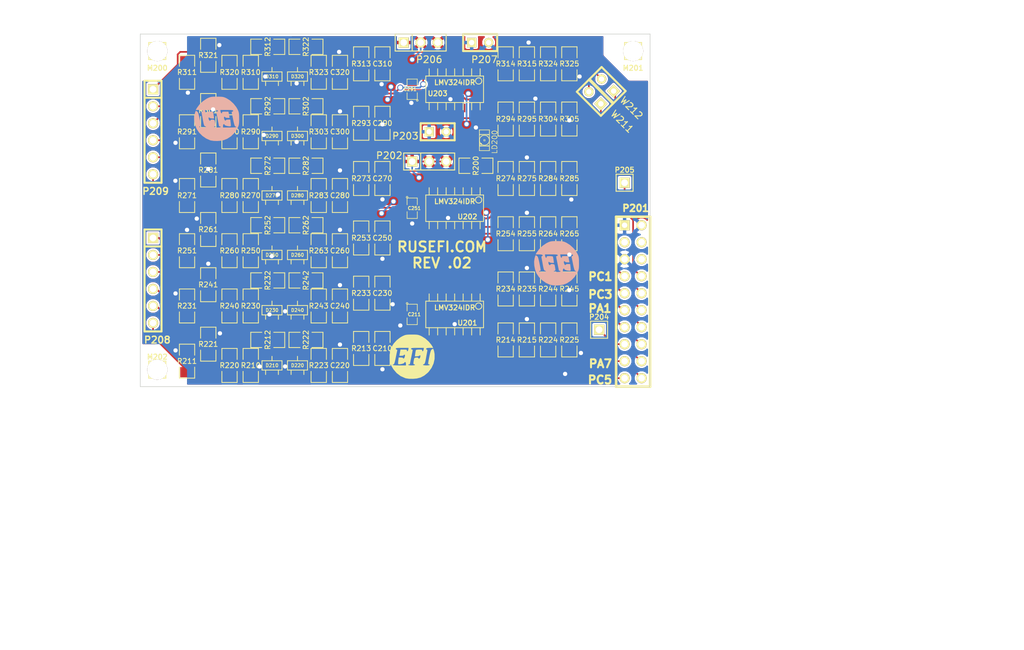
<source format=kicad_pcb>
(kicad_pcb (version 3) (host pcbnew "(2013-07-07 BZR 4022)-stable")
  (title_block (title "Analgo Protection board for RUSEFI.com") (rev .01) (company RUSEFI.com))
  (layers (15 F.Cu signal) (0 B.Cu signal) (18 B.Paste user) (19 F.Paste user) (20 B.SilkS user) (21 F.SilkS user) (22 B.Mask user) (23 F.Mask user) (28 Edge.Cuts user))
  (net 0 "")
  (net 1 /INP1)
  (net 2 /INP10)
  (net 3 /INP11)
  (net 4 /INP12)
  (net 5 /INP2)
  (net 6 /INP3)
  (net 7 /INP4)
  (net 8 /INP5)
  (net 9 /INP6)
  (net 10 /INP7)
  (net 11 /INP8)
  (net 12 /INP9)
  (net 13 /OUT1)
  (net 14 /OUT10)
  (net 15 /OUT11)
  (net 16 /OUT12)
  (net 17 /OUT2)
  (net 18 /OUT3)
  (net 19 /OUT4)
  (net 20 /OUT5)
  (net 21 /OUT6)
  (net 22 /OUT7)
  (net 23 /OUT8)
  (net 24 /OUT9)
  (net 25 /PA5)
  (net 26 /PC0)
  (net 27 GND)
  (net 28 N-0000011)
  (net 29 N-0000015)
  (net 30 N-0000016)
  (net 31 N-0000017)
  (net 32 N-0000018)
  (net 33 N-0000019)
  (net 34 N-0000020)
  (net 35 N-0000021)
  (net 36 N-0000023)
  (net 37 N-0000024)
  (net 38 N-0000025)
  (net 39 N-0000026)
  (net 40 N-0000029)
  (net 41 N-000003)
  (net 42 N-0000030)
  (net 43 N-0000033)
  (net 44 N-0000034)
  (net 45 N-0000035)
  (net 46 N-000004)
  (net 47 N-0000040)
  (net 48 N-0000043)
  (net 49 N-0000046)
  (net 50 N-0000051)
  (net 51 N-0000054)
  (net 52 N-0000057)
  (net 53 N-0000059)
  (net 54 N-000006)
  (net 55 N-0000060)
  (net 56 N-0000061)
  (net 57 N-0000065)
  (net 58 N-0000066)
  (net 59 N-0000070)
  (net 60 N-0000071)
  (net 61 N-0000075)
  (net 62 N-0000082)
  (net 63 N-0000086)
  (net 64 N-0000088)
  (net 65 N-0000089)
  (net 66 N-0000091)
  (net 67 VCC)
  (module PIN_ARRAY_1 (layer F.Cu) (at 57.15 148.59)
    (fp_text reference M202 (at 0 -1.905) (layer F.SilkS) (effects (font (size 0.762 0.762) (thickness 0.1524))))
    (fp_text value CONN_1 hide)
    (pad 1 thru_hole circle (at 0 0) (size 3 3) (drill 3) (layers *.Cu *.Mask F.SilkS))
  )
  (module PIN_ARRAY_1 (layer F.Cu) (at 128.27 100.965 90)
    (fp_text reference M201 (at -2.54 0 180) (layer F.SilkS) (effects (font (size 0.762 0.762) (thickness 0.1524))))
    (fp_text value CONN_1 hide)
    (pad 1 thru_hole circle (at 0 0 90) (size 3 3) (drill 3) (layers *.Cu *.Mask F.SilkS))
  )
  (module PIN_ARRAY_1 (layer F.Cu) (at 57.15 100.965 90)
    (fp_text reference M200 (at -2.54 0 180) (layer F.SilkS) (effects (font (size 0.762 0.762) (thickness 0.1524))))
    (fp_text value CONN_1 hide)
    (pad 1 thru_hole circle (at 0 0 90) (size 3 3) (drill 3) (layers *.Cu *.Mask F.SilkS))
  )
  (module SM1206 (layer F.Cu) (at 112.395 144.145 90)
    (fp_text reference R215 (at 0 0 180) (layer F.SilkS) (effects (font (size 0.762 0.762) (thickness 0.127))))
    (fp_text value 1500 hide)
    (pad 1 smd rect (at -1.651 0 90) (size 1.524 2.032) (layers F.Cu F.Paste F.Mask) (net 13 /OUT1))
    (pad 2 smd rect (at 1.651 0 90) (size 1.524 2.032) (layers F.Cu F.Paste F.Mask) (net 27 GND))
  )
  (module SM1206 (layer F.Cu) (at 109.22 144.145 270)
    (fp_text reference R214 (at 0 0 360) (layer F.SilkS) (effects (font (size 0.762 0.762) (thickness 0.127))))
    (fp_text value 1500 hide)
    (pad 1 smd rect (at -1.651 0 270) (size 1.524 2.032) (layers F.Cu F.Paste F.Mask) (net 50 N-0000051))
    (pad 2 smd rect (at 1.651 0 270) (size 1.524 2.032) (layers F.Cu F.Paste F.Mask) (net 13 /OUT1))
  )
  (module PIN_ARRAY_10X2 (layer F.Cu) (at 128.27 138.43 270)
    (fp_text reference P201 (at -13.97 -0.381 360) (layer F.SilkS) (effects (font (size 1.016 1.016) (thickness 0.254))))
    (fp_text value CONN_10X2 hide)
    (pad 1 thru_hole rect (at -11.43 1.27 270) (size 1.524 1.524) (drill 0.8128) (layers *.Cu *.Mask F.SilkS) (net 27 GND))
    (pad 2 thru_hole circle (at -11.43 -1.27 270) (size 1.524 1.524) (drill 1.016) (layers *.Cu *.Mask F.SilkS) (net 27 GND))
    (pad 3 thru_hole circle (at -8.89 1.27 270) (size 1.524 1.524) (drill 1.016) (layers *.Cu *.Mask F.SilkS))
    (pad 4 thru_hole circle (at -8.89 -1.27 270) (size 1.524 1.524) (drill 1.016) (layers *.Cu *.Mask F.SilkS))
    (pad 5 thru_hole circle (at -6.35 1.27 270) (size 1.524 1.524) (drill 1.016) (layers *.Cu *.Mask F.SilkS) (net 27 GND))
    (pad 6 thru_hole circle (at -6.35 -1.27 270) (size 1.524 1.524) (drill 1.016) (layers *.Cu *.Mask F.SilkS))
    (pad 7 thru_hole circle (at -3.81 1.27 270) (size 1.524 1.524) (drill 1.016) (layers *.Cu *.Mask F.SilkS) (net 16 /OUT12))
    (pad 8 thru_hole circle (at -3.81 -1.27 270) (size 1.524 1.524) (drill 1.016) (layers *.Cu *.Mask F.SilkS) (net 26 /PC0))
    (pad 9 thru_hole circle (at -1.27 1.27 270) (size 1.524 1.524) (drill 1.016) (layers *.Cu *.Mask F.SilkS) (net 14 /OUT10))
    (pad 10 thru_hole circle (at -1.27 -1.27 270) (size 1.524 1.524) (drill 1.016) (layers *.Cu *.Mask F.SilkS) (net 15 /OUT11))
    (pad 11 thru_hole circle (at 1.27 1.27 270) (size 1.524 1.524) (drill 1.016) (layers *.Cu *.Mask F.SilkS) (net 23 /OUT8))
    (pad 12 thru_hole circle (at 1.27 -1.27 270) (size 1.524 1.524) (drill 1.016) (layers *.Cu *.Mask F.SilkS) (net 24 /OUT9))
    (pad 13 thru_hole circle (at 3.81 1.27 270) (size 1.524 1.524) (drill 1.016) (layers *.Cu *.Mask F.SilkS) (net 21 /OUT6))
    (pad 14 thru_hole circle (at 3.81 -1.27 270) (size 1.524 1.524) (drill 1.016) (layers *.Cu *.Mask F.SilkS) (net 22 /OUT7))
    (pad 15 thru_hole circle (at 6.35 1.27 270) (size 1.524 1.524) (drill 1.016) (layers *.Cu *.Mask F.SilkS) (net 25 /PA5))
    (pad 16 thru_hole circle (at 6.35 -1.27 270) (size 1.524 1.524) (drill 1.016) (layers *.Cu *.Mask F.SilkS) (net 20 /OUT5))
    (pad 17 thru_hole circle (at 8.89 1.27 270) (size 1.524 1.524) (drill 1.016) (layers *.Cu *.Mask F.SilkS) (net 18 /OUT3))
    (pad 18 thru_hole circle (at 8.89 -1.27 270) (size 1.524 1.524) (drill 1.016) (layers *.Cu *.Mask F.SilkS) (net 19 /OUT4))
    (pad 19 thru_hole circle (at 11.43 1.27 270) (size 1.524 1.524) (drill 1.016) (layers *.Cu *.Mask F.SilkS) (net 13 /OUT1))
    (pad 20 thru_hole circle (at 11.43 -1.27 270) (size 1.524 1.524) (drill 1.016) (layers *.Cu *.Mask F.SilkS) (net 17 /OUT2))
  )
  (module SM1206 (layer F.Cu) (at 61.595 147.32 90)
    (fp_text reference R211 (at 0 0 180) (layer F.SilkS) (effects (font (size 0.762 0.762) (thickness 0.127))))
    (fp_text value 500K hide)
    (pad 1 smd rect (at -1.651 0 90) (size 1.524 2.032) (layers F.Cu F.Paste F.Mask) (net 1 /INP1))
    (pad 2 smd rect (at 1.651 0 90) (size 1.524 2.032) (layers F.Cu F.Paste F.Mask) (net 27 GND))
  )
  (module SM1206 (layer F.Cu) (at 118.745 144.145 270)
    (fp_text reference R225 (at 0 0 360) (layer F.SilkS) (effects (font (size 0.762 0.762) (thickness 0.127))))
    (fp_text value 1500 hide)
    (pad 1 smd rect (at -1.651 0 270) (size 1.524 2.032) (layers F.Cu F.Paste F.Mask) (net 17 /OUT2))
    (pad 2 smd rect (at 1.651 0 270) (size 1.524 2.032) (layers F.Cu F.Paste F.Mask) (net 27 GND))
  )
  (module SM1206 (layer F.Cu) (at 115.57 144.145 90)
    (fp_text reference R224 (at 0 0 180) (layer F.SilkS) (effects (font (size 0.762 0.762) (thickness 0.127))))
    (fp_text value 1500 hide)
    (pad 1 smd rect (at -1.651 0 90) (size 1.524 2.032) (layers F.Cu F.Paste F.Mask) (net 51 N-0000054))
    (pad 2 smd rect (at 1.651 0 90) (size 1.524 2.032) (layers F.Cu F.Paste F.Mask) (net 17 /OUT2))
  )
  (module SM1206 (layer F.Cu) (at 64.77 144.78 90)
    (fp_text reference R221 (at 0 0 180) (layer F.SilkS) (effects (font (size 0.762 0.762) (thickness 0.127))))
    (fp_text value 500K hide)
    (pad 1 smd rect (at -1.651 0 90) (size 1.524 2.032) (layers F.Cu F.Paste F.Mask) (net 5 /INP2))
    (pad 2 smd rect (at 1.651 0 90) (size 1.524 2.032) (layers F.Cu F.Paste F.Mask) (net 27 GND))
  )
  (module SM1206 (layer F.Cu) (at 112.395 136.525 90)
    (fp_text reference R235 (at 0 0 180) (layer F.SilkS) (effects (font (size 0.762 0.762) (thickness 0.127))))
    (fp_text value 1500 hide)
    (pad 1 smd rect (at -1.651 0 90) (size 1.524 2.032) (layers F.Cu F.Paste F.Mask) (net 18 /OUT3))
    (pad 2 smd rect (at 1.651 0 90) (size 1.524 2.032) (layers F.Cu F.Paste F.Mask) (net 27 GND))
  )
  (module SM1206 (layer F.Cu) (at 109.22 136.525 270)
    (fp_text reference R234 (at 0 0 360) (layer F.SilkS) (effects (font (size 0.762 0.762) (thickness 0.127))))
    (fp_text value 1500 hide)
    (pad 1 smd rect (at -1.651 0 270) (size 1.524 2.032) (layers F.Cu F.Paste F.Mask) (net 52 N-0000057))
    (pad 2 smd rect (at 1.651 0 270) (size 1.524 2.032) (layers F.Cu F.Paste F.Mask) (net 18 /OUT3))
  )
  (module SM1206 (layer F.Cu) (at 61.595 139.065 90)
    (fp_text reference R231 (at 0 0 180) (layer F.SilkS) (effects (font (size 0.762 0.762) (thickness 0.127))))
    (fp_text value 500K hide)
    (pad 1 smd rect (at -1.651 0 90) (size 1.524 2.032) (layers F.Cu F.Paste F.Mask) (net 6 /INP3))
    (pad 2 smd rect (at 1.651 0 90) (size 1.524 2.032) (layers F.Cu F.Paste F.Mask) (net 27 GND))
  )
  (module SM1206 (layer F.Cu) (at 64.77 135.89 90)
    (fp_text reference R241 (at 0 0 180) (layer F.SilkS) (effects (font (size 0.762 0.762) (thickness 0.127))))
    (fp_text value 500K hide)
    (pad 1 smd rect (at -1.651 0 90) (size 1.524 2.032) (layers F.Cu F.Paste F.Mask) (net 7 /INP4))
    (pad 2 smd rect (at 1.651 0 90) (size 1.524 2.032) (layers F.Cu F.Paste F.Mask) (net 27 GND))
  )
  (module SM1206 (layer F.Cu) (at 115.57 136.525 90)
    (fp_text reference R244 (at 0 0 180) (layer F.SilkS) (effects (font (size 0.762 0.762) (thickness 0.127))))
    (fp_text value 1500 hide)
    (pad 1 smd rect (at -1.651 0 90) (size 1.524 2.032) (layers F.Cu F.Paste F.Mask) (net 53 N-0000059))
    (pad 2 smd rect (at 1.651 0 90) (size 1.524 2.032) (layers F.Cu F.Paste F.Mask) (net 19 /OUT4))
  )
  (module SM1206 (layer F.Cu) (at 118.745 136.525 270)
    (fp_text reference R245 (at 0 0 360) (layer F.SilkS) (effects (font (size 0.762 0.762) (thickness 0.127))))
    (fp_text value 1500 hide)
    (pad 1 smd rect (at -1.651 0 270) (size 1.524 2.032) (layers F.Cu F.Paste F.Mask) (net 19 /OUT4))
    (pad 2 smd rect (at 1.651 0 270) (size 1.524 2.032) (layers F.Cu F.Paste F.Mask) (net 27 GND))
  )
  (module SM1206 (layer F.Cu) (at 87.63 145.415 90)
    (fp_text reference R213 (at 0 0 180) (layer F.SilkS) (effects (font (size 0.762 0.762) (thickness 0.127))))
    (fp_text value 100 hide)
    (pad 1 smd rect (at -1.651 0 90) (size 1.524 2.032) (layers F.Cu F.Paste F.Mask) (net 41 N-000003))
    (pad 2 smd rect (at 1.651 0 90) (size 1.524 2.032) (layers F.Cu F.Paste F.Mask) (net 63 N-0000086))
  )
  (module SM1206 (layer F.Cu) (at 71.12 147.955 270)
    (fp_text reference R210 (at 0 0 360) (layer F.SilkS) (effects (font (size 0.762 0.762) (thickness 0.127))))
    (fp_text value 2700 hide)
    (pad 1 smd rect (at -1.651 0 270) (size 1.524 2.032) (layers F.Cu F.Paste F.Mask) (net 1 /INP1))
    (pad 2 smd rect (at 1.651 0 270) (size 1.524 2.032) (layers F.Cu F.Paste F.Mask) (net 67 VCC))
  )
  (module SM1206 (layer F.Cu) (at 84.455 147.955 270)
    (fp_text reference C220 (at 0 0 360) (layer F.SilkS) (effects (font (size 0.762 0.762) (thickness 0.127))))
    (fp_text value 0.01uF hide)
    (pad 1 smd rect (at -1.651 0 270) (size 1.524 2.032) (layers F.Cu F.Paste F.Mask) (net 27 GND))
    (pad 2 smd rect (at 1.651 0 270) (size 1.524 2.032) (layers F.Cu F.Paste F.Mask) (net 62 N-0000082))
  )
  (module SM1206 (layer F.Cu) (at 90.805 145.415 90)
    (fp_text reference C210 (at 0 0 180) (layer F.SilkS) (effects (font (size 0.762 0.762) (thickness 0.127))))
    (fp_text value 0.01uF hide)
    (pad 1 smd rect (at -1.651 0 90) (size 1.524 2.032) (layers F.Cu F.Paste F.Mask) (net 27 GND))
    (pad 2 smd rect (at 1.651 0 90) (size 1.524 2.032) (layers F.Cu F.Paste F.Mask) (net 63 N-0000086))
  )
  (module SM1206 (layer F.Cu) (at 81.28 147.955 270)
    (fp_text reference R223 (at 0 0 360) (layer F.SilkS) (effects (font (size 0.762 0.762) (thickness 0.127))))
    (fp_text value 100 hide)
    (pad 1 smd rect (at -1.651 0 270) (size 1.524 2.032) (layers F.Cu F.Paste F.Mask) (net 46 N-000004))
    (pad 2 smd rect (at 1.651 0 270) (size 1.524 2.032) (layers F.Cu F.Paste F.Mask) (net 62 N-0000082))
  )
  (module SM1206 (layer F.Cu) (at 67.945 147.955 270)
    (fp_text reference R220 (at 0 0 360) (layer F.SilkS) (effects (font (size 0.762 0.762) (thickness 0.127))))
    (fp_text value 2700 hide)
    (pad 1 smd rect (at -1.651 0 270) (size 1.524 2.032) (layers F.Cu F.Paste F.Mask) (net 5 /INP2))
    (pad 2 smd rect (at 1.651 0 270) (size 1.524 2.032) (layers F.Cu F.Paste F.Mask) (net 67 VCC))
  )
  (module SM1206 (layer F.Cu) (at 87.63 137.16 90)
    (fp_text reference R233 (at 0 0 180) (layer F.SilkS) (effects (font (size 0.762 0.762) (thickness 0.127))))
    (fp_text value 100 hide)
    (pad 1 smd rect (at -1.651 0 90) (size 1.524 2.032) (layers F.Cu F.Paste F.Mask) (net 66 N-0000091))
    (pad 2 smd rect (at 1.651 0 90) (size 1.524 2.032) (layers F.Cu F.Paste F.Mask) (net 59 N-0000070))
  )
  (module SM1206 (layer F.Cu) (at 71.12 139.065 270)
    (fp_text reference R230 (at 0 0 360) (layer F.SilkS) (effects (font (size 0.762 0.762) (thickness 0.127))))
    (fp_text value 2700 hide)
    (pad 1 smd rect (at -1.651 0 270) (size 1.524 2.032) (layers F.Cu F.Paste F.Mask) (net 6 /INP3))
    (pad 2 smd rect (at 1.651 0 270) (size 1.524 2.032) (layers F.Cu F.Paste F.Mask) (net 67 VCC))
  )
  (module SM1206 (layer F.Cu) (at 81.28 139.065 270)
    (fp_text reference R243 (at 0 0 360) (layer F.SilkS) (effects (font (size 0.762 0.762) (thickness 0.127))))
    (fp_text value 100 hide)
    (pad 1 smd rect (at -1.651 0 270) (size 1.524 2.032) (layers F.Cu F.Paste F.Mask) (net 58 N-0000066))
    (pad 2 smd rect (at 1.651 0 270) (size 1.524 2.032) (layers F.Cu F.Paste F.Mask) (net 57 N-0000065))
  )
  (module SM1206 (layer F.Cu) (at 67.945 139.065 270)
    (fp_text reference R240 (at 0 0 360) (layer F.SilkS) (effects (font (size 0.762 0.762) (thickness 0.127))))
    (fp_text value 2700 hide)
    (pad 1 smd rect (at -1.651 0 270) (size 1.524 2.032) (layers F.Cu F.Paste F.Mask) (net 7 /INP4))
    (pad 2 smd rect (at 1.651 0 270) (size 1.524 2.032) (layers F.Cu F.Paste F.Mask) (net 67 VCC))
  )
  (module SM1206 (layer F.Cu) (at 112.395 128.27 90)
    (fp_text reference R255 (at 0 0 180) (layer F.SilkS) (effects (font (size 0.762 0.762) (thickness 0.127))))
    (fp_text value 1500 hide)
    (pad 1 smd rect (at -1.651 0 90) (size 1.524 2.032) (layers F.Cu F.Paste F.Mask) (net 20 /OUT5))
    (pad 2 smd rect (at 1.651 0 90) (size 1.524 2.032) (layers F.Cu F.Paste F.Mask) (net 27 GND))
  )
  (module SM1206 (layer F.Cu) (at 67.945 130.81 270)
    (fp_text reference R260 (at 0 0 360) (layer F.SilkS) (effects (font (size 0.762 0.762) (thickness 0.127))))
    (fp_text value 2700 hide)
    (pad 1 smd rect (at -1.651 0 270) (size 1.524 2.032) (layers F.Cu F.Paste F.Mask) (net 9 /INP6))
    (pad 2 smd rect (at 1.651 0 270) (size 1.524 2.032) (layers F.Cu F.Paste F.Mask) (net 67 VCC))
  )
  (module SM1206 (layer F.Cu) (at 81.28 130.81 270)
    (fp_text reference R263 (at 0 0 360) (layer F.SilkS) (effects (font (size 0.762 0.762) (thickness 0.127))))
    (fp_text value 100 hide)
    (pad 1 smd rect (at -1.651 0 270) (size 1.524 2.032) (layers F.Cu F.Paste F.Mask) (net 33 N-0000019))
    (pad 2 smd rect (at 1.651 0 270) (size 1.524 2.032) (layers F.Cu F.Paste F.Mask) (net 64 N-0000088))
  )
  (module SM1206 (layer F.Cu) (at 71.12 130.81 270)
    (fp_text reference R250 (at 0 0 360) (layer F.SilkS) (effects (font (size 0.762 0.762) (thickness 0.127))))
    (fp_text value 2700 hide)
    (pad 1 smd rect (at -1.651 0 270) (size 1.524 2.032) (layers F.Cu F.Paste F.Mask) (net 8 /INP5))
    (pad 2 smd rect (at 1.651 0 270) (size 1.524 2.032) (layers F.Cu F.Paste F.Mask) (net 67 VCC))
  )
  (module SM1206 (layer F.Cu) (at 87.63 128.905 90)
    (fp_text reference R253 (at 0 0 180) (layer F.SilkS) (effects (font (size 0.762 0.762) (thickness 0.127))))
    (fp_text value 100 hide)
    (pad 1 smd rect (at -1.651 0 90) (size 1.524 2.032) (layers F.Cu F.Paste F.Mask) (net 32 N-0000018))
    (pad 2 smd rect (at 1.651 0 90) (size 1.524 2.032) (layers F.Cu F.Paste F.Mask) (net 55 N-0000060))
  )
  (module SM1206 (layer F.Cu) (at 79.375 144.145)
    (fp_text reference R222 (at 0 0 90) (layer F.SilkS) (effects (font (size 0.762 0.762) (thickness 0.127))))
    (fp_text value 10k hide)
    (pad 1 smd rect (at -1.651 0) (size 1.524 2.032) (layers F.Cu F.Paste F.Mask) (net 5 /INP2))
    (pad 2 smd rect (at 1.651 0) (size 1.524 2.032) (layers F.Cu F.Paste F.Mask) (net 46 N-000004))
  )
  (module SM1206 (layer F.Cu) (at 73.66 144.145)
    (fp_text reference R212 (at 0 0 90) (layer F.SilkS) (effects (font (size 0.762 0.762) (thickness 0.127))))
    (fp_text value 10k hide)
    (pad 1 smd rect (at -1.651 0) (size 1.524 2.032) (layers F.Cu F.Paste F.Mask) (net 1 /INP1))
    (pad 2 smd rect (at 1.651 0) (size 1.524 2.032) (layers F.Cu F.Paste F.Mask) (net 41 N-000003))
  )
  (module SM1206 (layer F.Cu) (at 61.595 130.81 90)
    (fp_text reference R251 (at 0 0 180) (layer F.SilkS) (effects (font (size 0.762 0.762) (thickness 0.127))))
    (fp_text value 500K hide)
    (pad 1 smd rect (at -1.651 0 90) (size 1.524 2.032) (layers F.Cu F.Paste F.Mask) (net 8 /INP5))
    (pad 2 smd rect (at 1.651 0 90) (size 1.524 2.032) (layers F.Cu F.Paste F.Mask) (net 27 GND))
  )
  (module SM1206 (layer F.Cu) (at 109.22 128.27 270)
    (fp_text reference R254 (at 0 0 360) (layer F.SilkS) (effects (font (size 0.762 0.762) (thickness 0.127))))
    (fp_text value 1500 hide)
    (pad 1 smd rect (at -1.651 0 270) (size 1.524 2.032) (layers F.Cu F.Paste F.Mask) (net 56 N-0000061))
    (pad 2 smd rect (at 1.651 0 270) (size 1.524 2.032) (layers F.Cu F.Paste F.Mask) (net 20 /OUT5))
  )
  (module SM1206 (layer F.Cu) (at 104.775 118.11)
    (fp_text reference R200 (at 0 0 90) (layer F.SilkS) (effects (font (size 0.762 0.762) (thickness 0.127))))
    (fp_text value 100 hide)
    (pad 1 smd rect (at -1.651 0) (size 1.524 2.032) (layers F.Cu F.Paste F.Mask) (net 67 VCC))
    (pad 2 smd rect (at 1.651 0) (size 1.524 2.032) (layers F.Cu F.Paste F.Mask) (net 65 N-0000089))
  )
  (module PIN_ARRAY_3X1 (layer F.Cu) (at 97.79 117.475)
    (fp_text reference P202 (at -5.969 -0.889) (layer F.SilkS) (effects (font (size 1.016 1.016) (thickness 0.1524))))
    (fp_text value CONN_3 hide)
    (pad 1 thru_hole rect (at -2.54 0) (size 1.524 1.524) (drill 1.016) (layers *.Cu *.Mask F.SilkS) (net 67 VCC))
    (pad 2 thru_hole circle (at 0 0) (size 1.524 1.524) (drill 1.016) (layers *.Cu *.Mask F.SilkS) (net 67 VCC))
    (pad 3 thru_hole circle (at 2.54 0) (size 1.524 1.524) (drill 1.016) (layers *.Cu *.Mask F.SilkS) (net 67 VCC))
  )
  (module LED-1206 (layer F.Cu) (at 106.045 114.3 270)
    (fp_text reference LD200 (at 0.254 -1.524 270) (layer F.SilkS) (effects (font (size 0.762 0.762) (thickness 0.0889))))
    (fp_text value LED hide)
    (pad 1 smd rect (at -1.41986 0 270) (size 1.59766 1.80086) (layers F.Cu F.Paste F.Mask) (net 27 GND))
    (pad 2 smd rect (at 1.41986 0 270) (size 1.59766 1.80086) (layers F.Cu F.Paste F.Mask) (net 65 N-0000089))
  )
  (module sot23 (layer F.Cu) (at 74.295 139.7)
    (fp_text reference D230 (at 0 0) (layer F.SilkS) (effects (font (size 0.50038 0.50038) (thickness 0.09906))))
    (fp_text value DOUBLE_SCHOTTKY hide)
    (pad 1 smd rect (at -0.9525 1.05664) (size 0.59944 1.00076) (layers F.Cu F.Paste F.Mask) (net 27 GND))
    (pad 2 smd rect (at 0 -1.05664) (size 0.59944 1.00076) (layers F.Cu F.Paste F.Mask) (net 66 N-0000091))
    (pad 3 smd rect (at 0.9525 1.05664) (size 0.59944 1.00076) (layers F.Cu F.Paste F.Mask) (net 67 VCC))
  )
  (module sot23 (layer F.Cu) (at 78.105 113.665)
    (fp_text reference D300 (at 0 0) (layer F.SilkS) (effects (font (size 0.50038 0.50038) (thickness 0.09906))))
    (fp_text value DOUBLE_SCHOTTKY hide)
    (pad 1 smd rect (at -0.9525 1.05664) (size 0.59944 1.00076) (layers F.Cu F.Paste F.Mask) (net 27 GND))
    (pad 2 smd rect (at 0 -1.05664) (size 0.59944 1.00076) (layers F.Cu F.Paste F.Mask) (net 34 N-0000020))
    (pad 3 smd rect (at 0.9525 1.05664) (size 0.59944 1.00076) (layers F.Cu F.Paste F.Mask) (net 67 VCC))
  )
  (module sot23 (layer F.Cu) (at 74.295 113.665)
    (fp_text reference D290 (at 0 0) (layer F.SilkS) (effects (font (size 0.50038 0.50038) (thickness 0.09906))))
    (fp_text value DOUBLE_SCHOTTKY hide)
    (pad 1 smd rect (at -0.9525 1.05664) (size 0.59944 1.00076) (layers F.Cu F.Paste F.Mask) (net 27 GND))
    (pad 2 smd rect (at 0 -1.05664) (size 0.59944 1.00076) (layers F.Cu F.Paste F.Mask) (net 29 N-0000015))
    (pad 3 smd rect (at 0.9525 1.05664) (size 0.59944 1.00076) (layers F.Cu F.Paste F.Mask) (net 67 VCC))
  )
  (module sot23 (layer F.Cu) (at 78.105 147.955)
    (fp_text reference D220 (at 0 0) (layer F.SilkS) (effects (font (size 0.50038 0.50038) (thickness 0.09906))))
    (fp_text value DOUBLE_SCHOTTKY hide)
    (pad 1 smd rect (at -0.9525 1.05664) (size 0.59944 1.00076) (layers F.Cu F.Paste F.Mask) (net 27 GND))
    (pad 2 smd rect (at 0 -1.05664) (size 0.59944 1.00076) (layers F.Cu F.Paste F.Mask) (net 46 N-000004))
    (pad 3 smd rect (at 0.9525 1.05664) (size 0.59944 1.00076) (layers F.Cu F.Paste F.Mask) (net 67 VCC))
  )
  (module sot23 (layer F.Cu) (at 78.105 139.7)
    (fp_text reference D240 (at 0 0) (layer F.SilkS) (effects (font (size 0.50038 0.50038) (thickness 0.09906))))
    (fp_text value DOUBLE_SCHOTTKY hide)
    (pad 1 smd rect (at -0.9525 1.05664) (size 0.59944 1.00076) (layers F.Cu F.Paste F.Mask) (net 27 GND))
    (pad 2 smd rect (at 0 -1.05664) (size 0.59944 1.00076) (layers F.Cu F.Paste F.Mask) (net 58 N-0000066))
    (pad 3 smd rect (at 0.9525 1.05664) (size 0.59944 1.00076) (layers F.Cu F.Paste F.Mask) (net 67 VCC))
  )
  (module SM1206 (layer F.Cu) (at 112.395 111.125 90)
    (fp_text reference R295 (at 0 0 180) (layer F.SilkS) (effects (font (size 0.762 0.762) (thickness 0.127))))
    (fp_text value 1500 hide)
    (pad 1 smd rect (at -1.651 0 90) (size 1.524 2.032) (layers F.Cu F.Paste F.Mask) (net 24 /OUT9))
    (pad 2 smd rect (at 1.651 0 90) (size 1.524 2.032) (layers F.Cu F.Paste F.Mask) (net 27 GND))
  )
  (module SM1206 (layer F.Cu) (at 109.22 111.125 270)
    (fp_text reference R294 (at 0 0 360) (layer F.SilkS) (effects (font (size 0.762 0.762) (thickness 0.127))))
    (fp_text value 1500 hide)
    (pad 1 smd rect (at -1.651 0 270) (size 1.524 2.032) (layers F.Cu F.Paste F.Mask) (net 35 N-0000021))
    (pad 2 smd rect (at 1.651 0 270) (size 1.524 2.032) (layers F.Cu F.Paste F.Mask) (net 24 /OUT9))
  )
  (module SM1206 (layer F.Cu) (at 61.595 113.03 270)
    (fp_text reference R291 (at 0 0 360) (layer F.SilkS) (effects (font (size 0.762 0.762) (thickness 0.127))))
    (fp_text value 500K hide)
    (pad 1 smd rect (at -1.651 0 270) (size 1.524 2.032) (layers F.Cu F.Paste F.Mask) (net 12 /INP9))
    (pad 2 smd rect (at 1.651 0 270) (size 1.524 2.032) (layers F.Cu F.Paste F.Mask) (net 27 GND))
  )
  (module SM1206 (layer F.Cu) (at 64.77 109.855 90)
    (fp_text reference R301 (at 0 0 180) (layer F.SilkS) (effects (font (size 0.762 0.762) (thickness 0.127))))
    (fp_text value 500K hide)
    (pad 1 smd rect (at -1.651 0 90) (size 1.524 2.032) (layers F.Cu F.Paste F.Mask) (net 2 /INP10))
    (pad 2 smd rect (at 1.651 0 90) (size 1.524 2.032) (layers F.Cu F.Paste F.Mask) (net 27 GND))
  )
  (module SM1206 (layer F.Cu) (at 115.57 111.125 90)
    (fp_text reference R304 (at 0 0 180) (layer F.SilkS) (effects (font (size 0.762 0.762) (thickness 0.127))))
    (fp_text value 1500 hide)
    (pad 1 smd rect (at -1.651 0 90) (size 1.524 2.032) (layers F.Cu F.Paste F.Mask) (net 36 N-0000023))
    (pad 2 smd rect (at 1.651 0 90) (size 1.524 2.032) (layers F.Cu F.Paste F.Mask) (net 14 /OUT10))
  )
  (module SM1206 (layer F.Cu) (at 118.745 111.125 270)
    (fp_text reference R305 (at 0 0 360) (layer F.SilkS) (effects (font (size 0.762 0.762) (thickness 0.127))))
    (fp_text value 1500 hide)
    (pad 1 smd rect (at -1.651 0 270) (size 1.524 2.032) (layers F.Cu F.Paste F.Mask) (net 14 /OUT10))
    (pad 2 smd rect (at 1.651 0 270) (size 1.524 2.032) (layers F.Cu F.Paste F.Mask) (net 27 GND))
  )
  (module SM1206 (layer F.Cu) (at 87.63 111.76 90)
    (fp_text reference R293 (at 0 0 180) (layer F.SilkS) (effects (font (size 0.762 0.762) (thickness 0.127))))
    (fp_text value 100 hide)
    (pad 1 smd rect (at -1.651 0 90) (size 1.524 2.032) (layers F.Cu F.Paste F.Mask) (net 29 N-0000015))
    (pad 2 smd rect (at 1.651 0 90) (size 1.524 2.032) (layers F.Cu F.Paste F.Mask) (net 54 N-000006))
  )
  (module SM1206 (layer F.Cu) (at 90.805 111.76 90)
    (fp_text reference C290 (at 0 0 180) (layer F.SilkS) (effects (font (size 0.762 0.762) (thickness 0.127))))
    (fp_text value 0.01uF hide)
    (pad 1 smd rect (at -1.651 0 90) (size 1.524 2.032) (layers F.Cu F.Paste F.Mask) (net 27 GND))
    (pad 2 smd rect (at 1.651 0 90) (size 1.524 2.032) (layers F.Cu F.Paste F.Mask) (net 54 N-000006))
  )
  (module SM1206 (layer F.Cu) (at 71.12 113.03 270)
    (fp_text reference R290 (at 0 0 360) (layer F.SilkS) (effects (font (size 0.762 0.762) (thickness 0.127))))
    (fp_text value 2700 hide)
    (pad 1 smd rect (at -1.651 0 270) (size 1.524 2.032) (layers F.Cu F.Paste F.Mask) (net 12 /INP9))
    (pad 2 smd rect (at 1.651 0 270) (size 1.524 2.032) (layers F.Cu F.Paste F.Mask) (net 67 VCC))
  )
  (module SM1206 (layer F.Cu) (at 81.28 113.03 270)
    (fp_text reference R303 (at 0 0 360) (layer F.SilkS) (effects (font (size 0.762 0.762) (thickness 0.127))))
    (fp_text value 100 hide)
    (pad 1 smd rect (at -1.651 0 270) (size 1.524 2.032) (layers F.Cu F.Paste F.Mask) (net 34 N-0000020))
    (pad 2 smd rect (at 1.651 0 270) (size 1.524 2.032) (layers F.Cu F.Paste F.Mask) (net 28 N-0000011))
  )
  (module SM1206 (layer F.Cu) (at 84.455 113.03 270)
    (fp_text reference C300 (at 0 0 360) (layer F.SilkS) (effects (font (size 0.762 0.762) (thickness 0.127))))
    (fp_text value 0.01uF hide)
    (pad 1 smd rect (at -1.651 0 270) (size 1.524 2.032) (layers F.Cu F.Paste F.Mask) (net 27 GND))
    (pad 2 smd rect (at 1.651 0 270) (size 1.524 2.032) (layers F.Cu F.Paste F.Mask) (net 28 N-0000011))
  )
  (module SM1206 (layer F.Cu) (at 67.945 113.03 270)
    (fp_text reference R300 (at 0 0 360) (layer F.SilkS) (effects (font (size 0.762 0.762) (thickness 0.127))))
    (fp_text value 2700 hide)
    (pad 1 smd rect (at -1.651 0 270) (size 1.524 2.032) (layers F.Cu F.Paste F.Mask) (net 2 /INP10))
    (pad 2 smd rect (at 1.651 0 270) (size 1.524 2.032) (layers F.Cu F.Paste F.Mask) (net 67 VCC))
  )
  (module sot23 (layer F.Cu) (at 74.295 147.955)
    (fp_text reference D210 (at 0 0) (layer F.SilkS) (effects (font (size 0.50038 0.50038) (thickness 0.09906))))
    (fp_text value DOUBLE_SCHOTTKY hide)
    (pad 1 smd rect (at -0.9525 1.05664) (size 0.59944 1.00076) (layers F.Cu F.Paste F.Mask) (net 27 GND))
    (pad 2 smd rect (at 0 -1.05664) (size 0.59944 1.00076) (layers F.Cu F.Paste F.Mask) (net 41 N-000003))
    (pad 3 smd rect (at 0.9525 1.05664) (size 0.59944 1.00076) (layers F.Cu F.Paste F.Mask) (net 67 VCC))
  )
  (module PIN_ARRAY-6X1 (layer F.Cu) (at 56.515 113.03 270)
    (fp_text reference P209 (at 8.89 -0.381 360) (layer F.SilkS) (effects (font (size 1.016 1.016) (thickness 0.2032))))
    (fp_text value CONN_6 hide)
    (pad 1 thru_hole rect (at -6.35 0 270) (size 1.524 1.524) (drill 1.016) (layers *.Cu *.Mask F.SilkS) (net 4 /INP12))
    (pad 2 thru_hole circle (at -3.81 0 270) (size 1.524 1.524) (drill 1.016) (layers *.Cu *.Mask F.SilkS) (net 3 /INP11))
    (pad 3 thru_hole circle (at -1.27 0 270) (size 1.524 1.524) (drill 1.016) (layers *.Cu *.Mask F.SilkS) (net 2 /INP10))
    (pad 4 thru_hole circle (at 1.27 0 270) (size 1.524 1.524) (drill 1.016) (layers *.Cu *.Mask F.SilkS) (net 12 /INP9))
    (pad 5 thru_hole circle (at 3.81 0 270) (size 1.524 1.524) (drill 1.016) (layers *.Cu *.Mask F.SilkS) (net 11 /INP8))
    (pad 6 thru_hole circle (at 6.35 0 270) (size 1.524 1.524) (drill 1.016) (layers *.Cu *.Mask F.SilkS) (net 10 /INP7))
  )
  (module SM1206 (layer F.Cu) (at 90.805 137.16 90)
    (fp_text reference C230 (at 0 0 180) (layer F.SilkS) (effects (font (size 0.762 0.762) (thickness 0.127))))
    (fp_text value 0.01uF hide)
    (pad 1 smd rect (at -1.651 0 90) (size 1.524 2.032) (layers F.Cu F.Paste F.Mask) (net 27 GND))
    (pad 2 smd rect (at 1.651 0 90) (size 1.524 2.032) (layers F.Cu F.Paste F.Mask) (net 59 N-0000070))
  )
  (module SM1206 (layer F.Cu) (at 84.455 139.065 270)
    (fp_text reference C240 (at 0 0 360) (layer F.SilkS) (effects (font (size 0.762 0.762) (thickness 0.127))))
    (fp_text value 0.01uF hide)
    (pad 1 smd rect (at -1.651 0 270) (size 1.524 2.032) (layers F.Cu F.Paste F.Mask) (net 27 GND))
    (pad 2 smd rect (at 1.651 0 270) (size 1.524 2.032) (layers F.Cu F.Paste F.Mask) (net 57 N-0000065))
  )
  (module SM1206 (layer F.Cu) (at 90.805 128.905 90)
    (fp_text reference C250 (at 0 0 180) (layer F.SilkS) (effects (font (size 0.762 0.762) (thickness 0.127))))
    (fp_text value 0.01uF hide)
    (pad 1 smd rect (at -1.651 0 90) (size 1.524 2.032) (layers F.Cu F.Paste F.Mask) (net 27 GND))
    (pad 2 smd rect (at 1.651 0 90) (size 1.524 2.032) (layers F.Cu F.Paste F.Mask) (net 55 N-0000060))
  )
  (module SM1206 (layer F.Cu) (at 84.455 130.81 270)
    (fp_text reference C260 (at 0 0 360) (layer F.SilkS) (effects (font (size 0.762 0.762) (thickness 0.127))))
    (fp_text value 0.01uF hide)
    (pad 1 smd rect (at -1.651 0 270) (size 1.524 2.032) (layers F.Cu F.Paste F.Mask) (net 27 GND))
    (pad 2 smd rect (at 1.651 0 270) (size 1.524 2.032) (layers F.Cu F.Paste F.Mask) (net 64 N-0000088))
  )
  (module SM1206 (layer F.Cu) (at 64.77 127.635 90)
    (fp_text reference R261 (at 0 0 180) (layer F.SilkS) (effects (font (size 0.762 0.762) (thickness 0.127))))
    (fp_text value 500K hide)
    (pad 1 smd rect (at -1.651 0 90) (size 1.524 2.032) (layers F.Cu F.Paste F.Mask) (net 9 /INP6))
    (pad 2 smd rect (at 1.651 0 90) (size 1.524 2.032) (layers F.Cu F.Paste F.Mask) (net 27 GND))
  )
  (module SM1206 (layer F.Cu) (at 84.455 122.555 270)
    (fp_text reference C280 (at 0 0 360) (layer F.SilkS) (effects (font (size 0.762 0.762) (thickness 0.127))))
    (fp_text value 0.01uF hide)
    (pad 1 smd rect (at -1.651 0 270) (size 1.524 2.032) (layers F.Cu F.Paste F.Mask) (net 27 GND))
    (pad 2 smd rect (at 1.651 0 270) (size 1.524 2.032) (layers F.Cu F.Paste F.Mask) (net 60 N-0000071))
  )
  (module SM1206 (layer F.Cu) (at 90.805 120.015 90)
    (fp_text reference C270 (at 0 0 180) (layer F.SilkS) (effects (font (size 0.762 0.762) (thickness 0.127))))
    (fp_text value 0.01uF hide)
    (pad 1 smd rect (at -1.651 0 90) (size 1.524 2.032) (layers F.Cu F.Paste F.Mask) (net 27 GND))
    (pad 2 smd rect (at 1.651 0 90) (size 1.524 2.032) (layers F.Cu F.Paste F.Mask) (net 61 N-0000075))
  )
  (module SM1206 (layer F.Cu) (at 109.22 120.015 270)
    (fp_text reference R274 (at 0 0 360) (layer F.SilkS) (effects (font (size 0.762 0.762) (thickness 0.127))))
    (fp_text value 1500 hide)
    (pad 1 smd rect (at -1.651 0 270) (size 1.524 2.032) (layers F.Cu F.Paste F.Mask) (net 48 N-0000043))
    (pad 2 smd rect (at 1.651 0 270) (size 1.524 2.032) (layers F.Cu F.Paste F.Mask) (net 22 /OUT7))
  )
  (module SM1206 (layer F.Cu) (at 112.395 120.015 90)
    (fp_text reference R275 (at 0 0 180) (layer F.SilkS) (effects (font (size 0.762 0.762) (thickness 0.127))))
    (fp_text value 1500 hide)
    (pad 1 smd rect (at -1.651 0 90) (size 1.524 2.032) (layers F.Cu F.Paste F.Mask) (net 22 /OUT7))
    (pad 2 smd rect (at 1.651 0 90) (size 1.524 2.032) (layers F.Cu F.Paste F.Mask) (net 27 GND))
  )
  (module SM1206 (layer F.Cu) (at 67.945 122.555 270)
    (fp_text reference R280 (at 0 0 360) (layer F.SilkS) (effects (font (size 0.762 0.762) (thickness 0.127))))
    (fp_text value 2700 hide)
    (pad 1 smd rect (at -1.651 0 270) (size 1.524 2.032) (layers F.Cu F.Paste F.Mask) (net 11 /INP8))
    (pad 2 smd rect (at 1.651 0 270) (size 1.524 2.032) (layers F.Cu F.Paste F.Mask) (net 67 VCC))
  )
  (module SM1206 (layer F.Cu) (at 81.28 122.555 270)
    (fp_text reference R283 (at 0 0 360) (layer F.SilkS) (effects (font (size 0.762 0.762) (thickness 0.127))))
    (fp_text value 100 hide)
    (pad 1 smd rect (at -1.651 0 270) (size 1.524 2.032) (layers F.Cu F.Paste F.Mask) (net 30 N-0000016))
    (pad 2 smd rect (at 1.651 0 270) (size 1.524 2.032) (layers F.Cu F.Paste F.Mask) (net 60 N-0000071))
  )
  (module SM1206 (layer F.Cu) (at 71.12 122.555 270)
    (fp_text reference R270 (at 0 0 360) (layer F.SilkS) (effects (font (size 0.762 0.762) (thickness 0.127))))
    (fp_text value 2700 hide)
    (pad 1 smd rect (at -1.651 0 270) (size 1.524 2.032) (layers F.Cu F.Paste F.Mask) (net 10 /INP7))
    (pad 2 smd rect (at 1.651 0 270) (size 1.524 2.032) (layers F.Cu F.Paste F.Mask) (net 67 VCC))
  )
  (module SM1206 (layer F.Cu) (at 87.63 120.015 90)
    (fp_text reference R273 (at 0 0 180) (layer F.SilkS) (effects (font (size 0.762 0.762) (thickness 0.127))))
    (fp_text value 100 hide)
    (pad 1 smd rect (at -1.651 0 90) (size 1.524 2.032) (layers F.Cu F.Paste F.Mask) (net 31 N-0000017))
    (pad 2 smd rect (at 1.651 0 90) (size 1.524 2.032) (layers F.Cu F.Paste F.Mask) (net 61 N-0000075))
  )
  (module SM1206 (layer F.Cu) (at 118.745 120.015 270)
    (fp_text reference R285 (at 0 0 360) (layer F.SilkS) (effects (font (size 0.762 0.762) (thickness 0.127))))
    (fp_text value 1500 hide)
    (pad 1 smd rect (at -1.651 0 270) (size 1.524 2.032) (layers F.Cu F.Paste F.Mask) (net 23 /OUT8))
    (pad 2 smd rect (at 1.651 0 270) (size 1.524 2.032) (layers F.Cu F.Paste F.Mask) (net 27 GND))
  )
  (module SM1206 (layer F.Cu) (at 115.57 120.015 90)
    (fp_text reference R284 (at 0 0 180) (layer F.SilkS) (effects (font (size 0.762 0.762) (thickness 0.127))))
    (fp_text value 1500 hide)
    (pad 1 smd rect (at -1.651 0 90) (size 1.524 2.032) (layers F.Cu F.Paste F.Mask) (net 47 N-0000040))
    (pad 2 smd rect (at 1.651 0 90) (size 1.524 2.032) (layers F.Cu F.Paste F.Mask) (net 23 /OUT8))
  )
  (module SM1206 (layer F.Cu) (at 64.77 118.745 90)
    (fp_text reference R281 (at 0 0 180) (layer F.SilkS) (effects (font (size 0.762 0.762) (thickness 0.127))))
    (fp_text value 500K hide)
    (pad 1 smd rect (at -1.651 0 90) (size 1.524 2.032) (layers F.Cu F.Paste F.Mask) (net 11 /INP8))
    (pad 2 smd rect (at 1.651 0 90) (size 1.524 2.032) (layers F.Cu F.Paste F.Mask) (net 27 GND))
  )
  (module SM1206 (layer F.Cu) (at 61.595 122.555 90)
    (fp_text reference R271 (at 0 0 180) (layer F.SilkS) (effects (font (size 0.762 0.762) (thickness 0.127))))
    (fp_text value 500K hide)
    (pad 1 smd rect (at -1.651 0 90) (size 1.524 2.032) (layers F.Cu F.Paste F.Mask) (net 10 /INP7))
    (pad 2 smd rect (at 1.651 0 90) (size 1.524 2.032) (layers F.Cu F.Paste F.Mask) (net 27 GND))
  )
  (module sot23 (layer F.Cu) (at 78.105 131.445)
    (fp_text reference D260 (at 0 0) (layer F.SilkS) (effects (font (size 0.50038 0.50038) (thickness 0.09906))))
    (fp_text value DOUBLE_SCHOTTKY hide)
    (pad 1 smd rect (at -0.9525 1.05664) (size 0.59944 1.00076) (layers F.Cu F.Paste F.Mask) (net 27 GND))
    (pad 2 smd rect (at 0 -1.05664) (size 0.59944 1.00076) (layers F.Cu F.Paste F.Mask) (net 33 N-0000019))
    (pad 3 smd rect (at 0.9525 1.05664) (size 0.59944 1.00076) (layers F.Cu F.Paste F.Mask) (net 67 VCC))
  )
  (module sot23 (layer F.Cu) (at 74.295 131.445)
    (fp_text reference D250 (at 0 0) (layer F.SilkS) (effects (font (size 0.50038 0.50038) (thickness 0.09906))))
    (fp_text value DOUBLE_SCHOTTKY hide)
    (pad 1 smd rect (at -0.9525 1.05664) (size 0.59944 1.00076) (layers F.Cu F.Paste F.Mask) (net 27 GND))
    (pad 2 smd rect (at 0 -1.05664) (size 0.59944 1.00076) (layers F.Cu F.Paste F.Mask) (net 32 N-0000018))
    (pad 3 smd rect (at 0.9525 1.05664) (size 0.59944 1.00076) (layers F.Cu F.Paste F.Mask) (net 67 VCC))
  )
  (module sot23 (layer F.Cu) (at 78.105 122.555)
    (fp_text reference D280 (at 0 0) (layer F.SilkS) (effects (font (size 0.50038 0.50038) (thickness 0.09906))))
    (fp_text value DOUBLE_SCHOTTKY hide)
    (pad 1 smd rect (at -0.9525 1.05664) (size 0.59944 1.00076) (layers F.Cu F.Paste F.Mask) (net 27 GND))
    (pad 2 smd rect (at 0 -1.05664) (size 0.59944 1.00076) (layers F.Cu F.Paste F.Mask) (net 30 N-0000016))
    (pad 3 smd rect (at 0.9525 1.05664) (size 0.59944 1.00076) (layers F.Cu F.Paste F.Mask) (net 67 VCC))
  )
  (module sot23 (layer F.Cu) (at 74.295 122.555)
    (fp_text reference D270 (at 0 0) (layer F.SilkS) (effects (font (size 0.50038 0.50038) (thickness 0.09906))))
    (fp_text value DOUBLE_SCHOTTKY hide)
    (pad 1 smd rect (at -0.9525 1.05664) (size 0.59944 1.00076) (layers F.Cu F.Paste F.Mask) (net 27 GND))
    (pad 2 smd rect (at 0 -1.05664) (size 0.59944 1.00076) (layers F.Cu F.Paste F.Mask) (net 31 N-0000017))
    (pad 3 smd rect (at 0.9525 1.05664) (size 0.59944 1.00076) (layers F.Cu F.Paste F.Mask) (net 67 VCC))
  )
  (module SM1206 (layer F.Cu) (at 73.66 135.255)
    (fp_text reference R232 (at 0 0 90) (layer F.SilkS) (effects (font (size 0.762 0.762) (thickness 0.127))))
    (fp_text value 10k hide)
    (pad 1 smd rect (at -1.651 0) (size 1.524 2.032) (layers F.Cu F.Paste F.Mask) (net 6 /INP3))
    (pad 2 smd rect (at 1.651 0) (size 1.524 2.032) (layers F.Cu F.Paste F.Mask) (net 66 N-0000091))
  )
  (module SM1206 (layer F.Cu) (at 79.375 135.255)
    (fp_text reference R242 (at 0 0 90) (layer F.SilkS) (effects (font (size 0.762 0.762) (thickness 0.127))))
    (fp_text value 10k hide)
    (pad 1 smd rect (at -1.651 0) (size 1.524 2.032) (layers F.Cu F.Paste F.Mask) (net 7 /INP4))
    (pad 2 smd rect (at 1.651 0) (size 1.524 2.032) (layers F.Cu F.Paste F.Mask) (net 58 N-0000066))
  )
  (module SM1206 (layer F.Cu) (at 73.66 127)
    (fp_text reference R252 (at 0 0 90) (layer F.SilkS) (effects (font (size 0.762 0.762) (thickness 0.127))))
    (fp_text value 10k hide)
    (pad 1 smd rect (at -1.651 0) (size 1.524 2.032) (layers F.Cu F.Paste F.Mask) (net 8 /INP5))
    (pad 2 smd rect (at 1.651 0) (size 1.524 2.032) (layers F.Cu F.Paste F.Mask) (net 32 N-0000018))
  )
  (module SM1206 (layer F.Cu) (at 79.375 127)
    (fp_text reference R262 (at 0 0 90) (layer F.SilkS) (effects (font (size 0.762 0.762) (thickness 0.127))))
    (fp_text value 10k hide)
    (pad 1 smd rect (at -1.651 0) (size 1.524 2.032) (layers F.Cu F.Paste F.Mask) (net 9 /INP6))
    (pad 2 smd rect (at 1.651 0) (size 1.524 2.032) (layers F.Cu F.Paste F.Mask) (net 33 N-0000019))
  )
  (module SM1206 (layer F.Cu) (at 79.375 109.22)
    (fp_text reference R302 (at 0 0 90) (layer F.SilkS) (effects (font (size 0.762 0.762) (thickness 0.127))))
    (fp_text value 10k hide)
    (pad 1 smd rect (at -1.651 0) (size 1.524 2.032) (layers F.Cu F.Paste F.Mask) (net 2 /INP10))
    (pad 2 smd rect (at 1.651 0) (size 1.524 2.032) (layers F.Cu F.Paste F.Mask) (net 34 N-0000020))
  )
  (module SM1206 (layer F.Cu) (at 73.66 109.22)
    (fp_text reference R292 (at 0 0 90) (layer F.SilkS) (effects (font (size 0.762 0.762) (thickness 0.127))))
    (fp_text value 10k hide)
    (pad 1 smd rect (at -1.651 0) (size 1.524 2.032) (layers F.Cu F.Paste F.Mask) (net 12 /INP9))
    (pad 2 smd rect (at 1.651 0) (size 1.524 2.032) (layers F.Cu F.Paste F.Mask) (net 29 N-0000015))
  )
  (module SM1206 (layer F.Cu) (at 79.375 118.11)
    (fp_text reference R282 (at 0 0 90) (layer F.SilkS) (effects (font (size 0.762 0.762) (thickness 0.127))))
    (fp_text value 10k hide)
    (pad 1 smd rect (at -1.651 0) (size 1.524 2.032) (layers F.Cu F.Paste F.Mask) (net 11 /INP8))
    (pad 2 smd rect (at 1.651 0) (size 1.524 2.032) (layers F.Cu F.Paste F.Mask) (net 30 N-0000016))
  )
  (module SM1206 (layer F.Cu) (at 73.66 118.11)
    (fp_text reference R272 (at 0 0 90) (layer F.SilkS) (effects (font (size 0.762 0.762) (thickness 0.127))))
    (fp_text value 10k hide)
    (pad 1 smd rect (at -1.651 0) (size 1.524 2.032) (layers F.Cu F.Paste F.Mask) (net 10 /INP7))
    (pad 2 smd rect (at 1.651 0) (size 1.524 2.032) (layers F.Cu F.Paste F.Mask) (net 31 N-0000017))
  )
  (module SM1206 (layer F.Cu) (at 115.57 128.27 90)
    (fp_text reference R264 (at 0 0 180) (layer F.SilkS) (effects (font (size 0.762 0.762) (thickness 0.127))))
    (fp_text value 1500 hide)
    (pad 1 smd rect (at -1.651 0 90) (size 1.524 2.032) (layers F.Cu F.Paste F.Mask) (net 49 N-0000046))
    (pad 2 smd rect (at 1.651 0 90) (size 1.524 2.032) (layers F.Cu F.Paste F.Mask) (net 21 /OUT6))
  )
  (module SM1206 (layer F.Cu) (at 118.745 128.27 270)
    (fp_text reference R265 (at 0 0 360) (layer F.SilkS) (effects (font (size 0.762 0.762) (thickness 0.127))))
    (fp_text value 1500 hide)
    (pad 1 smd rect (at -1.651 0 270) (size 1.524 2.032) (layers F.Cu F.Paste F.Mask) (net 21 /OUT6))
    (pad 2 smd rect (at 1.651 0 270) (size 1.524 2.032) (layers F.Cu F.Paste F.Mask) (net 27 GND))
  )
  (module so-14 (layer F.Cu) (at 101.6 140.335 180)
    (fp_text reference U201 (at -1.905 -1.27 180) (layer F.SilkS) (effects (font (size 0.7493 0.7493) (thickness 0.14986))))
    (fp_text value LMV324IDR (at 0 1.016 180) (layer F.SilkS) (effects (font (size 0.7493 0.7493) (thickness 0.14986))))
    (pad 1 smd rect (at -3.81 2.794 180) (size 0.635 1.27) (layers F.Cu F.Paste F.Mask) (net 52 N-0000057))
    (pad 2 smd rect (at -2.54 2.794 180) (size 0.635 1.27) (layers F.Cu F.Paste F.Mask) (net 52 N-0000057))
    (pad 3 smd rect (at -1.27 2.794 180) (size 0.635 1.27) (layers F.Cu F.Paste F.Mask) (net 59 N-0000070))
    (pad 4 smd rect (at 0 2.794 180) (size 0.635 1.27) (layers F.Cu F.Paste F.Mask) (net 67 VCC))
    (pad 5 smd rect (at 1.27 2.794 180) (size 0.635 1.27) (layers F.Cu F.Paste F.Mask) (net 57 N-0000065))
    (pad 6 smd rect (at 2.54 2.794 180) (size 0.635 1.27) (layers F.Cu F.Paste F.Mask) (net 53 N-0000059))
    (pad 7 smd rect (at 3.81 2.794 180) (size 0.635 1.27) (layers F.Cu F.Paste F.Mask) (net 53 N-0000059))
    (pad 8 smd rect (at 3.81 -2.794 180) (size 0.635 1.27) (layers F.Cu F.Paste F.Mask) (net 51 N-0000054))
    (pad 9 smd rect (at 2.54 -2.794 180) (size 0.635 1.27) (layers F.Cu F.Paste F.Mask) (net 62 N-0000082))
    (pad 10 smd rect (at 1.27 -2.794 180) (size 0.635 1.27) (layers F.Cu F.Paste F.Mask) (net 51 N-0000054))
    (pad 11 smd rect (at 0 -2.794 180) (size 0.635 1.27) (layers F.Cu F.Paste F.Mask) (net 27 GND))
    (pad 12 smd rect (at -1.27 -2.794 180) (size 0.635 1.27) (layers F.Cu F.Paste F.Mask) (net 63 N-0000086))
    (pad 13 smd rect (at -2.54 -2.794 180) (size 0.635 1.27) (layers F.Cu F.Paste F.Mask) (net 50 N-0000051))
    (pad 14 smd rect (at -3.81 -2.794 180) (size 0.635 1.27) (layers F.Cu F.Paste F.Mask) (net 50 N-0000051))
  )
  (module so-14 (layer F.Cu) (at 101.6 124.46 180)
    (fp_text reference U202 (at -1.905 -1.27 180) (layer F.SilkS) (effects (font (size 0.7493 0.7493) (thickness 0.14986))))
    (fp_text value LMV324IDR (at 0 1.016 180) (layer F.SilkS) (effects (font (size 0.7493 0.7493) (thickness 0.14986))))
    (pad 1 smd rect (at -3.81 2.794 180) (size 0.635 1.27) (layers F.Cu F.Paste F.Mask) (net 48 N-0000043))
    (pad 2 smd rect (at -2.54 2.794 180) (size 0.635 1.27) (layers F.Cu F.Paste F.Mask) (net 48 N-0000043))
    (pad 3 smd rect (at -1.27 2.794 180) (size 0.635 1.27) (layers F.Cu F.Paste F.Mask) (net 61 N-0000075))
    (pad 4 smd rect (at 0 2.794 180) (size 0.635 1.27) (layers F.Cu F.Paste F.Mask) (net 67 VCC))
    (pad 5 smd rect (at 1.27 2.794 180) (size 0.635 1.27) (layers F.Cu F.Paste F.Mask) (net 60 N-0000071))
    (pad 6 smd rect (at 2.54 2.794 180) (size 0.635 1.27) (layers F.Cu F.Paste F.Mask) (net 47 N-0000040))
    (pad 7 smd rect (at 3.81 2.794 180) (size 0.635 1.27) (layers F.Cu F.Paste F.Mask) (net 47 N-0000040))
    (pad 8 smd rect (at 3.81 -2.794 180) (size 0.635 1.27) (layers F.Cu F.Paste F.Mask) (net 49 N-0000046))
    (pad 9 smd rect (at 2.54 -2.794 180) (size 0.635 1.27) (layers F.Cu F.Paste F.Mask) (net 64 N-0000088))
    (pad 10 smd rect (at 1.27 -2.794 180) (size 0.635 1.27) (layers F.Cu F.Paste F.Mask) (net 49 N-0000046))
    (pad 11 smd rect (at 0 -2.794 180) (size 0.635 1.27) (layers F.Cu F.Paste F.Mask) (net 27 GND))
    (pad 12 smd rect (at -1.27 -2.794 180) (size 0.635 1.27) (layers F.Cu F.Paste F.Mask) (net 55 N-0000060))
    (pad 13 smd rect (at -2.54 -2.794 180) (size 0.635 1.27) (layers F.Cu F.Paste F.Mask) (net 56 N-0000061))
    (pad 14 smd rect (at -3.81 -2.794 180) (size 0.635 1.27) (layers F.Cu F.Paste F.Mask) (net 56 N-0000061))
  )
  (module so-14 (layer F.Cu) (at 101.6 106.68 180)
    (fp_text reference U203 (at 2.54 -0.635 180) (layer F.SilkS) (effects (font (size 0.7493 0.7493) (thickness 0.14986))))
    (fp_text value LMV324IDR (at 0 1.016 180) (layer F.SilkS) (effects (font (size 0.7493 0.7493) (thickness 0.14986))))
    (pad 1 smd rect (at -3.81 2.794 180) (size 0.635 1.27) (layers F.Cu F.Paste F.Mask) (net 40 N-0000029))
    (pad 2 smd rect (at -2.54 2.794 180) (size 0.635 1.27) (layers F.Cu F.Paste F.Mask) (net 40 N-0000029))
    (pad 3 smd rect (at -1.27 2.794 180) (size 0.635 1.27) (layers F.Cu F.Paste F.Mask) (net 42 N-0000030))
    (pad 4 smd rect (at 0 2.794 180) (size 0.635 1.27) (layers F.Cu F.Paste F.Mask) (net 67 VCC))
    (pad 5 smd rect (at 1.27 2.794 180) (size 0.635 1.27) (layers F.Cu F.Paste F.Mask) (net 37 N-0000024))
    (pad 6 smd rect (at 2.54 2.794 180) (size 0.635 1.27) (layers F.Cu F.Paste F.Mask) (net 43 N-0000033))
    (pad 7 smd rect (at 3.81 2.794 180) (size 0.635 1.27) (layers F.Cu F.Paste F.Mask) (net 43 N-0000033))
    (pad 8 smd rect (at 3.81 -2.794 180) (size 0.635 1.27) (layers F.Cu F.Paste F.Mask) (net 36 N-0000023))
    (pad 9 smd rect (at 2.54 -2.794 180) (size 0.635 1.27) (layers F.Cu F.Paste F.Mask) (net 28 N-0000011))
    (pad 10 smd rect (at 1.27 -2.794 180) (size 0.635 1.27) (layers F.Cu F.Paste F.Mask) (net 36 N-0000023))
    (pad 11 smd rect (at 0 -2.794 180) (size 0.635 1.27) (layers F.Cu F.Paste F.Mask) (net 27 GND))
    (pad 12 smd rect (at -1.27 -2.794 180) (size 0.635 1.27) (layers F.Cu F.Paste F.Mask) (net 54 N-000006))
    (pad 13 smd rect (at -2.54 -2.794 180) (size 0.635 1.27) (layers F.Cu F.Paste F.Mask) (net 35 N-0000021))
    (pad 14 smd rect (at -3.81 -2.794 180) (size 0.635 1.27) (layers F.Cu F.Paste F.Mask) (net 35 N-0000021))
  )
  (module sot23 (layer F.Cu) (at 74.295 104.775)
    (fp_text reference D310 (at 0 0) (layer F.SilkS) (effects (font (size 0.50038 0.50038) (thickness 0.09906))))
    (fp_text value DOUBLE_SCHOTTKY hide)
    (pad 1 smd rect (at -0.9525 1.05664) (size 0.59944 1.00076) (layers F.Cu F.Paste F.Mask) (net 27 GND))
    (pad 2 smd rect (at 0 -1.05664) (size 0.59944 1.00076) (layers F.Cu F.Paste F.Mask) (net 39 N-0000026))
    (pad 3 smd rect (at 0.9525 1.05664) (size 0.59944 1.00076) (layers F.Cu F.Paste F.Mask) (net 67 VCC))
  )
  (module sot23 (layer F.Cu) (at 78.105 104.775)
    (fp_text reference D320 (at 0 0) (layer F.SilkS) (effects (font (size 0.50038 0.50038) (thickness 0.09906))))
    (fp_text value DOUBLE_SCHOTTKY hide)
    (pad 1 smd rect (at -0.9525 1.05664) (size 0.59944 1.00076) (layers F.Cu F.Paste F.Mask) (net 27 GND))
    (pad 2 smd rect (at 0 -1.05664) (size 0.59944 1.00076) (layers F.Cu F.Paste F.Mask) (net 38 N-0000025))
    (pad 3 smd rect (at 0.9525 1.05664) (size 0.59944 1.00076) (layers F.Cu F.Paste F.Mask) (net 67 VCC))
  )
  (module SM1206 (layer F.Cu) (at 112.395 102.87 90)
    (fp_text reference R315 (at 0 0 180) (layer F.SilkS) (effects (font (size 0.762 0.762) (thickness 0.127))))
    (fp_text value 1500 hide)
    (pad 1 smd rect (at -1.651 0 90) (size 1.524 2.032) (layers F.Cu F.Paste F.Mask) (net 45 N-0000035))
    (pad 2 smd rect (at 1.651 0 90) (size 1.524 2.032) (layers F.Cu F.Paste F.Mask) (net 27 GND))
  )
  (module SM1206 (layer F.Cu) (at 109.22 102.87 270)
    (fp_text reference R314 (at 0 0 360) (layer F.SilkS) (effects (font (size 0.762 0.762) (thickness 0.127))))
    (fp_text value 1500 hide)
    (pad 1 smd rect (at -1.651 0 270) (size 1.524 2.032) (layers F.Cu F.Paste F.Mask) (net 40 N-0000029))
    (pad 2 smd rect (at 1.651 0 270) (size 1.524 2.032) (layers F.Cu F.Paste F.Mask) (net 45 N-0000035))
  )
  (module SM1206 (layer F.Cu) (at 61.595 104.14 270)
    (fp_text reference R311 (at 0 0 360) (layer F.SilkS) (effects (font (size 0.762 0.762) (thickness 0.127))))
    (fp_text value 500K hide)
    (pad 1 smd rect (at -1.651 0 270) (size 1.524 2.032) (layers F.Cu F.Paste F.Mask) (net 3 /INP11))
    (pad 2 smd rect (at 1.651 0 270) (size 1.524 2.032) (layers F.Cu F.Paste F.Mask) (net 27 GND))
  )
  (module SM1206 (layer F.Cu) (at 64.77 101.6 90)
    (fp_text reference R321 (at 0 0 180) (layer F.SilkS) (effects (font (size 0.762 0.762) (thickness 0.127))))
    (fp_text value 500K hide)
    (pad 1 smd rect (at -1.651 0 90) (size 1.524 2.032) (layers F.Cu F.Paste F.Mask) (net 4 /INP12))
    (pad 2 smd rect (at 1.651 0 90) (size 1.524 2.032) (layers F.Cu F.Paste F.Mask) (net 27 GND))
  )
  (module SM1206 (layer F.Cu) (at 115.57 102.87 90)
    (fp_text reference R324 (at 0 0 180) (layer F.SilkS) (effects (font (size 0.762 0.762) (thickness 0.127))))
    (fp_text value 1500 hide)
    (pad 1 smd rect (at -1.651 0 90) (size 1.524 2.032) (layers F.Cu F.Paste F.Mask) (net 43 N-0000033))
    (pad 2 smd rect (at 1.651 0 90) (size 1.524 2.032) (layers F.Cu F.Paste F.Mask) (net 44 N-0000034))
  )
  (module SM1206 (layer F.Cu) (at 118.745 102.87 270)
    (fp_text reference R325 (at 0 0 360) (layer F.SilkS) (effects (font (size 0.762 0.762) (thickness 0.127))))
    (fp_text value 1500 hide)
    (pad 1 smd rect (at -1.651 0 270) (size 1.524 2.032) (layers F.Cu F.Paste F.Mask) (net 44 N-0000034))
    (pad 2 smd rect (at 1.651 0 270) (size 1.524 2.032) (layers F.Cu F.Paste F.Mask) (net 27 GND))
  )
  (module SM1206 (layer F.Cu) (at 87.63 102.87 90)
    (fp_text reference R313 (at 0 0 180) (layer F.SilkS) (effects (font (size 0.762 0.762) (thickness 0.127))))
    (fp_text value 100 hide)
    (pad 1 smd rect (at -1.651 0 90) (size 1.524 2.032) (layers F.Cu F.Paste F.Mask) (net 39 N-0000026))
    (pad 2 smd rect (at 1.651 0 90) (size 1.524 2.032) (layers F.Cu F.Paste F.Mask) (net 42 N-0000030))
  )
  (module SM1206 (layer F.Cu) (at 90.805 102.87 90)
    (fp_text reference C310 (at 0 0 180) (layer F.SilkS) (effects (font (size 0.762 0.762) (thickness 0.127))))
    (fp_text value 0.01uF hide)
    (pad 1 smd rect (at -1.651 0 90) (size 1.524 2.032) (layers F.Cu F.Paste F.Mask) (net 27 GND))
    (pad 2 smd rect (at 1.651 0 90) (size 1.524 2.032) (layers F.Cu F.Paste F.Mask) (net 42 N-0000030))
  )
  (module SM1206 (layer F.Cu) (at 71.12 104.14 270)
    (fp_text reference R310 (at 0 0 360) (layer F.SilkS) (effects (font (size 0.762 0.762) (thickness 0.127))))
    (fp_text value 2700 hide)
    (pad 1 smd rect (at -1.651 0 270) (size 1.524 2.032) (layers F.Cu F.Paste F.Mask) (net 3 /INP11))
    (pad 2 smd rect (at 1.651 0 270) (size 1.524 2.032) (layers F.Cu F.Paste F.Mask) (net 67 VCC))
  )
  (module SM1206 (layer F.Cu) (at 81.28 104.14 270)
    (fp_text reference R323 (at 0 0 360) (layer F.SilkS) (effects (font (size 0.762 0.762) (thickness 0.127))))
    (fp_text value 100 hide)
    (pad 1 smd rect (at -1.651 0 270) (size 1.524 2.032) (layers F.Cu F.Paste F.Mask) (net 38 N-0000025))
    (pad 2 smd rect (at 1.651 0 270) (size 1.524 2.032) (layers F.Cu F.Paste F.Mask) (net 37 N-0000024))
  )
  (module SM1206 (layer F.Cu) (at 84.455 104.14 270)
    (fp_text reference C320 (at 0 0 360) (layer F.SilkS) (effects (font (size 0.762 0.762) (thickness 0.127))))
    (fp_text value 0.01uF hide)
    (pad 1 smd rect (at -1.651 0 270) (size 1.524 2.032) (layers F.Cu F.Paste F.Mask) (net 27 GND))
    (pad 2 smd rect (at 1.651 0 270) (size 1.524 2.032) (layers F.Cu F.Paste F.Mask) (net 37 N-0000024))
  )
  (module SM1206 (layer F.Cu) (at 67.945 104.14 270)
    (fp_text reference R320 (at 0 0 360) (layer F.SilkS) (effects (font (size 0.762 0.762) (thickness 0.127))))
    (fp_text value 2700 hide)
    (pad 1 smd rect (at -1.651 0 270) (size 1.524 2.032) (layers F.Cu F.Paste F.Mask) (net 4 /INP12))
    (pad 2 smd rect (at 1.651 0 270) (size 1.524 2.032) (layers F.Cu F.Paste F.Mask) (net 67 VCC))
  )
  (module SM1206 (layer F.Cu) (at 79.375 100.33)
    (fp_text reference R322 (at 0 0 90) (layer F.SilkS) (effects (font (size 0.762 0.762) (thickness 0.127))))
    (fp_text value 10k hide)
    (pad 1 smd rect (at -1.651 0) (size 1.524 2.032) (layers F.Cu F.Paste F.Mask) (net 4 /INP12))
    (pad 2 smd rect (at 1.651 0) (size 1.524 2.032) (layers F.Cu F.Paste F.Mask) (net 38 N-0000025))
  )
  (module SM1206 (layer F.Cu) (at 73.66 100.33)
    (fp_text reference R312 (at 0 0 90) (layer F.SilkS) (effects (font (size 0.762 0.762) (thickness 0.127))))
    (fp_text value 10k hide)
    (pad 1 smd rect (at -1.651 0) (size 1.524 2.032) (layers F.Cu F.Paste F.Mask) (net 3 /INP11))
    (pad 2 smd rect (at 1.651 0) (size 1.524 2.032) (layers F.Cu F.Paste F.Mask) (net 39 N-0000026))
  )
  (module PIN_ARRAY_1 (layer F.Cu) (at 123.19 142.621)
    (fp_text reference P204 (at 0 -1.905) (layer F.SilkS) (effects (font (size 0.762 0.762) (thickness 0.1524))))
    (fp_text value CONN_1 hide)
    (pad 1 thru_hole rect (at 0 0) (size 1.524 1.524) (drill 1.016) (layers *.Cu *.Mask F.SilkS) (net 25 /PA5))
  )
  (module PIN_ARRAY_1 (layer F.Cu) (at 127 120.65)
    (fp_text reference P205 (at 0 -1.905) (layer F.SilkS) (effects (font (size 0.762 0.762) (thickness 0.1524))))
    (fp_text value CONN_1 hide)
    (pad 1 thru_hole rect (at 0 0) (size 1.524 1.524) (drill 1.016) (layers *.Cu *.Mask F.SilkS) (net 26 /PC0))
  )
  (module PIN_ARRAY-6X1 (layer F.Cu) (at 56.515 135.255 270)
    (fp_text reference P208 (at 8.89 -0.635 360) (layer F.SilkS) (effects (font (size 1.016 1.016) (thickness 0.2032))))
    (fp_text value CONN_6 hide)
    (pad 1 thru_hole rect (at -6.35 0 270) (size 1.524 1.524) (drill 1.016) (layers *.Cu *.Mask F.SilkS) (net 9 /INP6))
    (pad 2 thru_hole circle (at -3.81 0 270) (size 1.524 1.524) (drill 1.016) (layers *.Cu *.Mask F.SilkS) (net 8 /INP5))
    (pad 3 thru_hole circle (at -1.27 0 270) (size 1.524 1.524) (drill 1.016) (layers *.Cu *.Mask F.SilkS) (net 7 /INP4))
    (pad 4 thru_hole circle (at 1.27 0 270) (size 1.524 1.524) (drill 1.016) (layers *.Cu *.Mask F.SilkS) (net 6 /INP3))
    (pad 5 thru_hole circle (at 3.81 0 270) (size 1.524 1.524) (drill 1.016) (layers *.Cu *.Mask F.SilkS) (net 5 /INP2))
    (pad 6 thru_hole circle (at 6.35 0 270) (size 1.524 1.524) (drill 1.016) (layers *.Cu *.Mask F.SilkS) (net 1 /INP1))
  )
  (module SIL-2 (layer F.Cu) (at 99.06 113.03)
    (fp_text reference P203 (at -4.826 0.635) (layer F.SilkS) (effects (font (size 1.016 1.016) (thickness 0.1524))))
    (fp_text value CONN_2 hide)
    (pad 1 thru_hole rect (at -1.27 0) (size 1.397 1.397) (drill 0.8128) (layers *.Cu *.Mask F.SilkS) (net 27 GND))
    (pad 2 thru_hole circle (at 1.27 0) (size 1.397 1.397) (drill 0.8128) (layers *.Cu *.Mask F.SilkS) (net 27 GND))
  )
  (module SIL-2 (layer F.Cu) (at 105.41 99.695)
    (fp_text reference P207 (at 0.635 2.54) (layer F.SilkS) (effects (font (size 1.016 1.016) (thickness 0.1524))))
    (fp_text value CONN_2 hide)
    (pad 1 thru_hole rect (at -1.27 0) (size 1.397 1.397) (drill 0.8128) (layers *.Cu *.Mask F.SilkS) (net 27 GND))
    (pad 2 thru_hole circle (at 1.27 0) (size 1.397 1.397) (drill 0.8128) (layers *.Cu *.Mask F.SilkS) (net 27 GND))
  )
  (module PIN_ARRAY_3X1 (layer F.Cu) (at 96.52 99.695)
    (fp_text reference P206 (at 1.27 2.54) (layer F.SilkS) (effects (font (size 1.016 1.016) (thickness 0.1524))))
    (fp_text value CONN_3 hide)
    (pad 1 thru_hole rect (at -2.54 0) (size 1.524 1.524) (drill 1.016) (layers *.Cu *.Mask F.SilkS) (net 67 VCC))
    (pad 2 thru_hole circle (at 0 0) (size 1.524 1.524) (drill 1.016) (layers *.Cu *.Mask F.SilkS) (net 67 VCC))
    (pad 3 thru_hole circle (at 2.54 0) (size 1.524 1.524) (drill 1.016) (layers *.Cu *.Mask F.SilkS) (net 67 VCC))
  )
  (module SIL-2 (layer F.Cu) (at 124.46 106.045 135)
    (fp_text reference W212 (at -4.939141 0.089803 135) (layer F.SilkS) (effects (font (size 1.016 1.016) (thickness 0.1524))))
    (fp_text value TEST hide)
    (pad 1 thru_hole rect (at -1.27 0 135) (size 1.397 1.397) (drill 0.8128) (layers *.Cu *.Mask F.SilkS) (net 16 /OUT12))
    (pad 2 thru_hole circle (at 1.27 0 135) (size 1.397 1.397) (drill 0.8128) (layers *.Cu *.Mask F.SilkS) (net 44 N-0000034))
  )
  (module SIL-2 (layer F.Cu) (at 122.555 107.95 135)
    (fp_text reference W211 (at -5.388154 0.35921 135) (layer F.SilkS) (effects (font (size 1.016 1.016) (thickness 0.1524))))
    (fp_text value TEST hide)
    (pad 1 thru_hole rect (at -1.27 0 135) (size 1.397 1.397) (drill 0.8128) (layers *.Cu *.Mask F.SilkS) (net 15 /OUT11))
    (pad 2 thru_hole circle (at 1.27 0 135) (size 1.397 1.397) (drill 0.8128) (layers *.Cu *.Mask F.SilkS) (net 45 N-0000035))
  )
  (module LOGO (layer F.Cu) (at 95.25 146.685)
    (fp_text reference G200 hide)
    (fp_text value LOGO hide)
  )
  (module LOGO_F (layer B.Cu) (at 66.04 111.125)
    (fp_text reference G201 hide)
    (fp_text value LOGO hide)
  )
  (module LOGO_F (layer B.Cu) (at 116.84 132.715)
    (fp_text reference G202 hide)
    (fp_text value LOGO hide)
  )
  (module SM0805 (layer F.Cu) (at 95.25 140.335 270)
    (fp_text reference C211 (at 0 -0.3175 360) (layer F.SilkS) (effects (font (size 0.50038 0.50038) (thickness 0.10922))))
    (fp_text value 0.1uF hide)
    (pad 1 smd rect (at -0.9525 0 270) (size 0.889 1.397) (layers F.Cu F.Paste F.Mask) (net 67 VCC))
    (pad 2 smd rect (at 0.9525 0 270) (size 0.889 1.397) (layers F.Cu F.Paste F.Mask) (net 27 GND))
  )
  (module SM0805 (layer F.Cu) (at 95.25 106.68 90)
    (fp_text reference C291 (at 0 -0.3175 180) (layer F.SilkS) (effects (font (size 0.50038 0.50038) (thickness 0.10922))))
    (fp_text value 0.1uF hide)
    (pad 1 smd rect (at -0.9525 0 90) (size 0.889 1.397) (layers F.Cu F.Paste F.Mask) (net 27 GND))
    (pad 2 smd rect (at 0.9525 0 90) (size 0.889 1.397) (layers F.Cu F.Paste F.Mask) (net 67 VCC))
  )
  (module SM0805 (layer F.Cu) (at 95.25 124.46 270)
    (fp_text reference C251 (at 0 -0.3175 360) (layer F.SilkS) (effects (font (size 0.50038 0.50038) (thickness 0.10922))))
    (fp_text value 0.1uF hide)
    (pad 1 smd rect (at -0.9525 0 270) (size 0.889 1.397) (layers F.Cu F.Paste F.Mask) (net 67 VCC))
    (pad 2 smd rect (at 0.9525 0 270) (size 0.889 1.397) (layers F.Cu F.Paste F.Mask) (net 27 GND))
  )
  (gr_text PC5 (at 123.317 150.114) (layer F.SilkS) (effects (font (size 1.2 1.2) (thickness 0.3))))
  (gr_text PA7 (at 123.3805 147.701) (layer F.SilkS) (effects (font (size 1.2 1.2) (thickness 0.3))))
  (gr_text PA1 (at 123.317 139.446) (layer F.SilkS) (effects (font (size 1.2 1.2) (thickness 0.3))))
  (gr_text PC3 (at 123.3805 137.3505) (layer F.SilkS) (effects (font (size 1.2 1.2) (thickness 0.3))))
  (gr_text PC1 (at 123.3805 134.6835) (layer F.SilkS) (effects (font (size 1.2 1.2) (thickness 0.3))))
  (gr_text "RUSEFI.COM\nREV .02" (at 99.695 131.445) (layer F.SilkS) (effects (font (size 1.5 1.5) (thickness 0.3))))
  (gr_line (start 130.81 151.13) (end 130.81 98.425) (angle 90) (layer Edge.Cuts) (width 0.1))
  (gr_line (start 54.61 151.13) (end 54.61 98.425) (angle 90) (layer Edge.Cuts) (width 0.1))
  (gr_line (start 54.61 98.425) (end 130.81 98.425) (angle 90) (layer Edge.Cuts) (width 0.1))
  (gr_line (start 130.81 151.13) (end 54.61 151.13) (angle 90) (layer Edge.Cuts) (width 0.1))
  (segment (start 61.595 148.971) (end 61.595 148.717) (width 0.254) (layer F.Cu) (net 1))
  (segment (start 56.515 143.637) (end 56.515 141.605) (width 0.254) (layer F.Cu) (net 1))
  (segment (start 61.595 148.717) (end 56.515 143.637) (width 0.254) (layer F.Cu) (net 1))
  (segment (start 61.5994 148.967) (end 61.595 148.971) (width 0.254) (layer F.Cu) (net 1))
  (segment (start 61.5994 148.717) (end 61.5994 148.967) (width 0.254) (layer F.Cu) (net 1))
  (segment (start 69.85 147.574) (end 71.12 146.304) (width 0.254) (layer F.Cu) (net 1))
  (segment (start 62.7419 147.574) (end 69.85 147.574) (width 0.254) (layer F.Cu) (net 1))
  (segment (start 61.5994 148.717) (end 62.7419 147.574) (width 0.254) (layer F.Cu) (net 1))
  (segment (start 71.12 145.034) (end 72.009 144.145) (width 0.254) (layer F.Cu) (net 1))
  (segment (start 71.12 146.304) (end 71.12 145.034) (width 0.254) (layer F.Cu) (net 1))
  (segment (start 64.77 111.506) (end 64.643 111.506) (width 0.254) (layer F.Cu) (net 2))
  (segment (start 58.801 109.474) (end 56.515 111.76) (width 0.254) (layer F.Cu) (net 2))
  (segment (start 62.611 109.474) (end 58.801 109.474) (width 0.254) (layer F.Cu) (net 2))
  (segment (start 64.643 111.506) (end 62.611 109.474) (width 0.254) (layer F.Cu) (net 2))
  (segment (start 64.897 111.379) (end 64.77 111.506) (width 0.254) (layer F.Cu) (net 2))
  (segment (start 67.945 111.379) (end 64.897 111.379) (width 0.254) (layer F.Cu) (net 2))
  (segment (start 67.945 110.942) (end 67.945 111.379) (width 0.254) (layer F.Cu) (net 2))
  (segment (start 71.065 107.823) (end 67.945 110.942) (width 0.254) (layer F.Cu) (net 2))
  (segment (start 76.327 107.823) (end 71.065 107.823) (width 0.254) (layer F.Cu) (net 2))
  (segment (start 77.724 109.22) (end 76.327 107.823) (width 0.254) (layer F.Cu) (net 2))
  (segment (start 71.12 102.489) (end 71.12 103.505) (width 0.254) (layer F.Cu) (net 3))
  (segment (start 63.5 104.775) (end 61.595 102.87) (width 0.254) (layer F.Cu) (net 3))
  (segment (start 66.04 104.775) (end 63.5 104.775) (width 0.254) (layer F.Cu) (net 3))
  (segment (start 66.675 104.14) (end 66.04 104.775) (width 0.254) (layer F.Cu) (net 3))
  (segment (start 70.485 104.14) (end 66.675 104.14) (width 0.254) (layer F.Cu) (net 3))
  (segment (start 71.12 103.505) (end 70.485 104.14) (width 0.254) (layer F.Cu) (net 3))
  (segment (start 61.595 102.87) (end 61.595 102.489) (width 0.254) (layer F.Cu) (net 3))
  (segment (start 61.595 102.489) (end 61.595 102.87) (width 0.254) (layer F.Cu) (net 3))
  (segment (start 57.531 109.22) (end 56.515 109.22) (width 0.254) (layer F.Cu) (net 3))
  (segment (start 61.595 102.87) (end 58.928 105.537) (width 0.254) (layer F.Cu) (net 3))
  (segment (start 58.928 105.537) (end 58.928 107.823) (width 0.254) (layer F.Cu) (net 3))
  (segment (start 58.928 107.823) (end 57.531 109.22) (width 0.254) (layer F.Cu) (net 3))
  (segment (start 72.009 100.33) (end 72.009 101.6) (width 0.254) (layer F.Cu) (net 3))
  (segment (start 72.009 101.6) (end 71.12 102.489) (width 0.254) (layer F.Cu) (net 3))
  (segment (start 77.724 100.33) (end 77.724 99.949) (width 0.254) (layer F.Cu) (net 4))
  (segment (start 67.945 101.219) (end 67.945 102.489) (width 0.254) (layer F.Cu) (net 4))
  (segment (start 70.231 98.933) (end 67.945 101.219) (width 0.254) (layer F.Cu) (net 4))
  (segment (start 76.708 98.933) (end 70.231 98.933) (width 0.254) (layer F.Cu) (net 4))
  (segment (start 77.724 99.949) (end 76.708 98.933) (width 0.254) (layer F.Cu) (net 4))
  (segment (start 67.945 102.489) (end 65.532 102.489) (width 0.254) (layer F.Cu) (net 4))
  (segment (start 65.532 102.489) (end 64.77 103.251) (width 0.254) (layer F.Cu) (net 4))
  (segment (start 64.77 103.251) (end 64.77 102.997) (width 0.254) (layer F.Cu) (net 4))
  (segment (start 60.198 102.997) (end 56.515 106.68) (width 0.254) (layer F.Cu) (net 4))
  (segment (start 60.198 101.473) (end 60.198 102.997) (width 0.254) (layer F.Cu) (net 4))
  (segment (start 60.579 101.092) (end 60.198 101.473) (width 0.254) (layer F.Cu) (net 4))
  (segment (start 62.865 101.092) (end 60.579 101.092) (width 0.254) (layer F.Cu) (net 4))
  (segment (start 64.77 102.997) (end 62.865 101.092) (width 0.254) (layer F.Cu) (net 4))
  (segment (start 56.515 139.065) (end 57.023 139.065) (width 0.254) (layer F.Cu) (net 5))
  (segment (start 64.77 145.796) (end 64.77 146.431) (width 0.254) (layer F.Cu) (net 5))
  (segment (start 62.611 143.637) (end 64.77 145.796) (width 0.254) (layer F.Cu) (net 5))
  (segment (start 60.833 143.637) (end 62.611 143.637) (width 0.254) (layer F.Cu) (net 5))
  (segment (start 59.182 141.986) (end 60.833 143.637) (width 0.254) (layer F.Cu) (net 5))
  (segment (start 59.182 141.224) (end 59.182 141.986) (width 0.254) (layer F.Cu) (net 5))
  (segment (start 57.023 139.065) (end 59.182 141.224) (width 0.254) (layer F.Cu) (net 5))
  (segment (start 64.897 146.304) (end 64.77 146.431) (width 0.254) (layer F.Cu) (net 5))
  (segment (start 67.945 146.304) (end 64.897 146.304) (width 0.254) (layer F.Cu) (net 5))
  (segment (start 76.327 142.748) (end 77.724 144.145) (width 0.254) (layer F.Cu) (net 5))
  (segment (start 71.072 142.748) (end 76.327 142.748) (width 0.254) (layer F.Cu) (net 5))
  (segment (start 67.945 145.875) (end 71.072 142.748) (width 0.254) (layer F.Cu) (net 5))
  (segment (start 67.945 146.304) (end 67.945 145.875) (width 0.254) (layer F.Cu) (net 5))
  (segment (start 56.515 136.525) (end 57.023 136.525) (width 0.254) (layer F.Cu) (net 6))
  (segment (start 61.214 140.716) (end 61.595 140.716) (width 0.254) (layer F.Cu) (net 6))
  (segment (start 57.023 136.525) (end 61.214 140.716) (width 0.254) (layer F.Cu) (net 6))
  (segment (start 71.12 136.144) (end 71.12 137.414) (width 0.254) (layer F.Cu) (net 6))
  (segment (start 72.009 135.255) (end 71.12 136.144) (width 0.254) (layer F.Cu) (net 6))
  (segment (start 63.6266 138.684) (end 61.595 140.716) (width 0.254) (layer F.Cu) (net 6))
  (segment (start 69.85 138.684) (end 63.6266 138.684) (width 0.254) (layer F.Cu) (net 6))
  (segment (start 71.12 137.414) (end 69.85 138.684) (width 0.254) (layer F.Cu) (net 6))
  (segment (start 56.515 133.985) (end 59.182 133.985) (width 0.254) (layer F.Cu) (net 7))
  (segment (start 62.103 134.874) (end 64.77 137.541) (width 0.254) (layer F.Cu) (net 7))
  (segment (start 60.071 134.874) (end 62.103 134.874) (width 0.254) (layer F.Cu) (net 7))
  (segment (start 59.182 133.985) (end 60.071 134.874) (width 0.254) (layer F.Cu) (net 7))
  (segment (start 77.724 135.255) (end 77.724 134.950202) (width 0.254) (layer F.Cu) (net 7))
  (segment (start 67.945 135.763) (end 67.945 137.414) (width 0.254) (layer F.Cu) (net 7))
  (segment (start 69.900798 133.807202) (end 67.945 135.763) (width 0.254) (layer F.Cu) (net 7))
  (segment (start 76.581 133.807202) (end 69.900798 133.807202) (width 0.254) (layer F.Cu) (net 7))
  (segment (start 77.724 134.950202) (end 76.581 133.807202) (width 0.254) (layer F.Cu) (net 7))
  (segment (start 64.897 137.414) (end 67.945 137.414) (width 0.254) (layer F.Cu) (net 7))
  (segment (start 64.77 137.541) (end 64.897 137.414) (width 0.254) (layer F.Cu) (net 7))
  (segment (start 56.515 131.445) (end 60.579 131.445) (width 0.254) (layer F.Cu) (net 8))
  (segment (start 60.579 131.445) (end 61.595 132.461) (width 0.254) (layer F.Cu) (net 8))
  (segment (start 72.009 127) (end 72.009 128.27) (width 0.254) (layer F.Cu) (net 8))
  (segment (start 72.009 128.27) (end 71.12 129.159) (width 0.254) (layer F.Cu) (net 8))
  (segment (start 61.6846 132.371) (end 61.595 132.461) (width 0.254) (layer F.Cu) (net 8))
  (segment (start 61.6846 131.572) (end 61.6846 132.371) (width 0.254) (layer F.Cu) (net 8))
  (segment (start 71.12 130.067) (end 71.12 129.159) (width 0.254) (layer F.Cu) (net 8))
  (segment (start 69.87 131.317) (end 71.12 130.067) (width 0.254) (layer F.Cu) (net 8))
  (segment (start 61.939 131.317) (end 69.87 131.317) (width 0.254) (layer F.Cu) (net 8))
  (segment (start 61.6846 131.572) (end 61.939 131.317) (width 0.254) (layer F.Cu) (net 8))
  (segment (start 56.515 128.905) (end 57.404 128.905) (width 0.254) (layer F.Cu) (net 9))
  (segment (start 63.373 130.683) (end 64.77 129.286) (width 0.254) (layer F.Cu) (net 9))
  (segment (start 59.182 130.683) (end 63.373 130.683) (width 0.254) (layer F.Cu) (net 9))
  (segment (start 57.404 128.905) (end 59.182 130.683) (width 0.254) (layer F.Cu) (net 9))
  (segment (start 77.724 127) (end 77.724 126.492) (width 0.254) (layer F.Cu) (net 9))
  (segment (start 67.945 128.143) (end 67.945 129.159) (width 0.254) (layer F.Cu) (net 9))
  (segment (start 70.739 125.349) (end 67.945 128.143) (width 0.254) (layer F.Cu) (net 9))
  (segment (start 76.581 125.349) (end 70.739 125.349) (width 0.254) (layer F.Cu) (net 9))
  (segment (start 77.724 126.492) (end 76.581 125.349) (width 0.254) (layer F.Cu) (net 9))
  (segment (start 67.818 129.286) (end 67.945 129.159) (width 0.254) (layer F.Cu) (net 9))
  (segment (start 64.77 129.286) (end 67.818 129.286) (width 0.254) (layer F.Cu) (net 9))
  (segment (start 72.009 118.11) (end 72.009 120.015) (width 0.254) (layer F.Cu) (net 10))
  (segment (start 72.009 120.015) (end 71.12 120.904) (width 0.254) (layer F.Cu) (net 10))
  (segment (start 61.595 124.206) (end 63.246 124.206) (width 0.254) (layer F.Cu) (net 10))
  (segment (start 69.596 122.428) (end 71.12 120.904) (width 0.254) (layer F.Cu) (net 10))
  (segment (start 65.024 122.428) (end 69.596 122.428) (width 0.254) (layer F.Cu) (net 10))
  (segment (start 63.246 124.206) (end 65.024 122.428) (width 0.254) (layer F.Cu) (net 10))
  (segment (start 61.595 124.206) (end 59.817 124.206) (width 0.254) (layer F.Cu) (net 10))
  (segment (start 56.515 120.904) (end 56.515 119.38) (width 0.254) (layer F.Cu) (net 10))
  (segment (start 59.817 124.206) (end 56.515 120.904) (width 0.254) (layer F.Cu) (net 10))
  (segment (start 64.77 120.396) (end 64.135 120.396) (width 0.254) (layer F.Cu) (net 11))
  (segment (start 60.579 116.84) (end 56.515 116.84) (width 0.254) (layer F.Cu) (net 11))
  (segment (start 64.135 120.396) (end 60.579 116.84) (width 0.254) (layer F.Cu) (net 11))
  (segment (start 67.945 119.839) (end 67.945 120.269) (width 0.254) (layer F.Cu) (net 11))
  (segment (start 71.074 116.71) (end 67.945 119.839) (width 0.254) (layer F.Cu) (net 11))
  (segment (start 76.324 116.71) (end 71.074 116.71) (width 0.254) (layer F.Cu) (net 11))
  (segment (start 77.724 118.11) (end 76.324 116.71) (width 0.254) (layer F.Cu) (net 11))
  (segment (start 64.897 120.269) (end 64.77 120.396) (width 0.254) (layer F.Cu) (net 11))
  (segment (start 67.945 120.269) (end 64.897 120.269) (width 0.254) (layer F.Cu) (net 11))
  (segment (start 61.595 111.379) (end 61.087 111.379) (width 0.254) (layer F.Cu) (net 12))
  (segment (start 58.166 114.3) (end 56.515 114.3) (width 0.254) (layer F.Cu) (net 12))
  (segment (start 61.087 111.379) (end 58.166 114.3) (width 0.254) (layer F.Cu) (net 12))
  (segment (start 71.12 110.109) (end 71.12 111.379) (width 0.254) (layer F.Cu) (net 12))
  (segment (start 72.009 109.22) (end 71.12 110.109) (width 0.254) (layer F.Cu) (net 12))
  (segment (start 62.891 112.675) (end 61.595 111.379) (width 0.254) (layer F.Cu) (net 12))
  (segment (start 69.824 112.675) (end 62.891 112.675) (width 0.254) (layer F.Cu) (net 12))
  (segment (start 71.12 111.379) (end 69.824 112.675) (width 0.254) (layer F.Cu) (net 12))
  (segment (start 113.946 147.347) (end 112.395 145.796) (width 0.254) (layer F.Cu) (net 13))
  (segment (start 120.561 147.347) (end 113.946 147.347) (width 0.254) (layer F.Cu) (net 13))
  (segment (start 123.074 149.86) (end 120.561 147.347) (width 0.254) (layer F.Cu) (net 13))
  (segment (start 127 149.86) (end 123.074 149.86) (width 0.254) (layer F.Cu) (net 13))
  (segment (start 112.395 145.796) (end 109.22 145.796) (width 0.254) (layer F.Cu) (net 13))
  (segment (start 127 137.16) (end 126.746 137.16) (width 0.254) (layer F.Cu) (net 14))
  (segment (start 120.904 109.474) (end 118.745 109.474) (width 0.254) (layer F.Cu) (net 14))
  (segment (start 124.688596 113.258596) (end 120.904 109.474) (width 0.254) (layer F.Cu) (net 14))
  (segment (start 124.688596 135.102596) (end 124.688596 113.258596) (width 0.254) (layer F.Cu) (net 14))
  (segment (start 126.746 137.16) (end 124.688596 135.102596) (width 0.254) (layer F.Cu) (net 14))
  (segment (start 118.745 109.474) (end 115.57 109.474) (width 0.254) (layer F.Cu) (net 14))
  (segment (start 123.453026 108.848026) (end 123.453026 110.118026) (width 0.254) (layer F.Cu) (net 15))
  (segment (start 128.27 135.89) (end 129.54 137.16) (width 0.254) (layer F.Cu) (net 15))
  (segment (start 126.365 135.89) (end 128.27 135.89) (width 0.254) (layer F.Cu) (net 15))
  (segment (start 125.145798 134.670798) (end 126.365 135.89) (width 0.254) (layer F.Cu) (net 15))
  (segment (start 125.145798 111.810798) (end 125.145798 134.670798) (width 0.254) (layer F.Cu) (net 15))
  (segment (start 123.453026 110.118026) (end 125.145798 111.810798) (width 0.254) (layer F.Cu) (net 15))
  (segment (start 127 134.62) (end 126.873 134.62) (width 0.254) (layer F.Cu) (net 16))
  (segment (start 125.603 107.188) (end 125.358026 106.943026) (width 0.254) (layer F.Cu) (net 16))
  (segment (start 125.603 133.35) (end 125.603 107.188) (width 0.254) (layer F.Cu) (net 16))
  (segment (start 126.873 134.62) (end 125.603 133.35) (width 0.254) (layer F.Cu) (net 16))
  (segment (start 129.54 149.86) (end 128.27 148.59) (width 0.254) (layer F.Cu) (net 17))
  (segment (start 115.57 142.494) (end 118.745 142.494) (width 0.254) (layer F.Cu) (net 17))
  (segment (start 124.841 148.59) (end 118.745 142.494) (width 0.254) (layer F.Cu) (net 17))
  (segment (start 128.27 148.59) (end 124.841 148.59) (width 0.254) (layer F.Cu) (net 17))
  (segment (start 119.888 141.098) (end 119.889 141.098) (width 0.254) (layer F.Cu) (net 18))
  (segment (start 124.217582 147.32) (end 127 147.32) (width 0.254) (layer F.Cu) (net 18))
  (segment (start 120.65 143.752418) (end 124.217582 147.32) (width 0.254) (layer F.Cu) (net 18))
  (segment (start 120.65 141.859) (end 120.65 143.752418) (width 0.254) (layer F.Cu) (net 18))
  (segment (start 119.889 141.098) (end 120.65 141.859) (width 0.254) (layer F.Cu) (net 18))
  (segment (start 109.22 138.176) (end 112.395 138.176) (width 0.254) (layer F.Cu) (net 18))
  (segment (start 115.317 141.098) (end 119.888 141.098) (width 0.254) (layer F.Cu) (net 18))
  (segment (start 112.395 138.176) (end 115.317 141.098) (width 0.254) (layer F.Cu) (net 18))
  (segment (start 121.285 137.414) (end 118.745 134.874) (width 0.254) (layer F.Cu) (net 19))
  (segment (start 121.285 143.427) (end 121.285 137.414) (width 0.254) (layer F.Cu) (net 19))
  (segment (start 123.908 146.05) (end 121.285 143.427) (width 0.254) (layer F.Cu) (net 19))
  (segment (start 128.143 146.05) (end 123.908 146.05) (width 0.254) (layer F.Cu) (net 19))
  (segment (start 129.413 147.32) (end 128.143 146.05) (width 0.254) (layer F.Cu) (net 19))
  (segment (start 129.54 147.32) (end 129.413 147.32) (width 0.254) (layer F.Cu) (net 19))
  (segment (start 118.745 134.874) (end 115.57 134.874) (width 0.254) (layer F.Cu) (net 19))
  (segment (start 129.54 144.78) (end 129.413 144.78) (width 0.254) (layer F.Cu) (net 20))
  (segment (start 115.316 132.842) (end 112.395 129.921) (width 0.254) (layer F.Cu) (net 20))
  (segment (start 120.142 132.842) (end 115.316 132.842) (width 0.254) (layer F.Cu) (net 20))
  (segment (start 122.047 134.747) (end 120.142 132.842) (width 0.254) (layer F.Cu) (net 20))
  (segment (start 122.047 138.938) (end 122.047 134.747) (width 0.254) (layer F.Cu) (net 20))
  (segment (start 126.619 143.51) (end 122.047 138.938) (width 0.254) (layer F.Cu) (net 20))
  (segment (start 128.143 143.51) (end 126.619 143.51) (width 0.254) (layer F.Cu) (net 20))
  (segment (start 129.413 144.78) (end 128.143 143.51) (width 0.254) (layer F.Cu) (net 20))
  (segment (start 109.22 129.921) (end 112.395 129.921) (width 0.254) (layer F.Cu) (net 20))
  (segment (start 127 142.24) (end 126.746 142.24) (width 0.254) (layer F.Cu) (net 21))
  (segment (start 122.859788 130.733788) (end 118.745 126.619) (width 0.254) (layer F.Cu) (net 21))
  (segment (start 122.859788 138.353788) (end 122.859788 130.733788) (width 0.254) (layer F.Cu) (net 21))
  (segment (start 126.746 142.24) (end 122.859788 138.353788) (width 0.254) (layer F.Cu) (net 21))
  (segment (start 118.745 126.619) (end 115.57 126.619) (width 0.254) (layer F.Cu) (net 21))
  (segment (start 129.54 142.24) (end 129.54 142.113) (width 0.254) (layer F.Cu) (net 22))
  (segment (start 114.173 119.888) (end 112.395 121.666) (width 0.254) (layer F.Cu) (net 22))
  (segment (start 119.761 119.888) (end 114.173 119.888) (width 0.254) (layer F.Cu) (net 22))
  (segment (start 123.31699 123.44399) (end 119.761 119.888) (width 0.254) (layer F.Cu) (net 22))
  (segment (start 123.31699 137.92199) (end 123.31699 123.44399) (width 0.254) (layer F.Cu) (net 22))
  (segment (start 126.365 140.97) (end 123.31699 137.92199) (width 0.254) (layer F.Cu) (net 22))
  (segment (start 128.397 140.97) (end 126.365 140.97) (width 0.254) (layer F.Cu) (net 22))
  (segment (start 129.54 142.113) (end 128.397 140.97) (width 0.254) (layer F.Cu) (net 22))
  (segment (start 112.395 121.666) (end 109.22 121.666) (width 0.254) (layer F.Cu) (net 22))
  (segment (start 127 139.7) (end 126.746 139.7) (width 0.254) (layer F.Cu) (net 23))
  (segment (start 120.396 118.364) (end 118.745 118.364) (width 0.254) (layer F.Cu) (net 23))
  (segment (start 123.774192 121.742192) (end 120.396 118.364) (width 0.254) (layer F.Cu) (net 23))
  (segment (start 123.774192 136.728192) (end 123.774192 121.742192) (width 0.254) (layer F.Cu) (net 23))
  (segment (start 126.746 139.7) (end 123.774192 136.728192) (width 0.254) (layer F.Cu) (net 23))
  (segment (start 115.57 118.364) (end 118.745 118.364) (width 0.254) (layer F.Cu) (net 23))
  (segment (start 129.54 139.7) (end 128.27 138.43) (width 0.254) (layer F.Cu) (net 24))
  (segment (start 114.554 114.935) (end 112.395 112.776) (width 0.254) (layer F.Cu) (net 24))
  (segment (start 119.38 114.935) (end 114.554 114.935) (width 0.254) (layer F.Cu) (net 24))
  (segment (start 124.231394 119.786394) (end 119.38 114.935) (width 0.254) (layer F.Cu) (net 24))
  (segment (start 124.231394 136.296394) (end 124.231394 119.786394) (width 0.254) (layer F.Cu) (net 24))
  (segment (start 126.365 138.43) (end 124.231394 136.296394) (width 0.254) (layer F.Cu) (net 24))
  (segment (start 128.27 138.43) (end 126.365 138.43) (width 0.254) (layer F.Cu) (net 24))
  (segment (start 109.22 112.776) (end 112.395 112.776) (width 0.254) (layer F.Cu) (net 24))
  (segment (start 127 144.78) (end 125.349 144.78) (width 0.254) (layer F.Cu) (net 25))
  (segment (start 125.349 144.78) (end 123.19 142.621) (width 0.254) (layer F.Cu) (net 25))
  (segment (start 129.54 134.62) (end 129.413 134.62) (width 0.254) (layer F.Cu) (net 26))
  (segment (start 127 124.968) (end 127 120.65) (width 0.254) (layer F.Cu) (net 26))
  (segment (start 128.27 126.238) (end 127 124.968) (width 0.254) (layer F.Cu) (net 26))
  (segment (start 128.27 133.477) (end 128.27 126.238) (width 0.254) (layer F.Cu) (net 26))
  (segment (start 129.413 134.62) (end 128.27 133.477) (width 0.254) (layer F.Cu) (net 26))
  (segment (start 95.25 107.6325) (end 95.25 108.585) (width 0.254) (layer F.Cu) (net 27))
  (via (at 95.123 108.712) (size 0.889) (layers F.Cu B.Cu) (net 27))
  (segment (start 95.25 108.585) (end 95.123 108.712) (width 0.254) (layer F.Cu) (net 27))
  (segment (start 95.25 141.2875) (end 94.1705 141.2875) (width 0.254) (layer F.Cu) (net 27))
  (via (at 93.472 141.986) (size 0.889) (layers F.Cu B.Cu) (net 27))
  (segment (start 94.1705 141.2875) (end 93.472 141.986) (width 0.254) (layer F.Cu) (net 27))
  (segment (start 95.25 125.4125) (end 95.25 126.746) (width 0.254) (layer F.Cu) (net 27))
  (via (at 95.25 126.746) (size 0.889) (layers F.Cu B.Cu) (net 27))
  (segment (start 120.469 146.096) (end 120.469 146.866) (width 0.254) (layer B.Cu) (net 27))
  (segment (start 120.469 146.096) (end 119.045 146.096) (width 0.254) (layer F.Cu) (net 27))
  (segment (start 118.745 145.796) (end 119.045 146.096) (width 0.254) (layer F.Cu) (net 27))
  (via (at 120.469 146.096) (size 0.889) (layers F.Cu B.Cu) (net 27))
  (via (at 118.11 149.225) (size 0.889) (layers F.Cu B.Cu) (net 27))
  (segment (start 120.469 146.866) (end 118.11 149.225) (width 0.254) (layer B.Cu) (net 27))
  (segment (start 77.1525 114.72164) (end 77.81036 114.72164) (width 0.254) (layer F.Cu) (net 27))
  (via (at 77.978 114.554) (size 0.889) (layers F.Cu B.Cu) (net 27))
  (segment (start 77.81036 114.72164) (end 77.978 114.554) (width 0.254) (layer F.Cu) (net 27))
  (segment (start 84.455 111.379) (end 84.455 109.982) (width 0.254) (layer F.Cu) (net 27))
  (via (at 84.455 109.982) (size 0.889) (layers F.Cu B.Cu) (net 27))
  (segment (start 106.045 112.88014) (end 105.26014 112.88014) (width 0.254) (layer F.Cu) (net 27))
  (via (at 104.775 112.395) (size 0.889) (layers F.Cu B.Cu) (net 27))
  (segment (start 105.26014 112.88014) (end 104.775 112.395) (width 0.254) (layer F.Cu) (net 27))
  (segment (start 112.395 109.474) (end 112.395 109.347) (width 0.254) (layer F.Cu) (net 27))
  (via (at 113.665 108.077) (size 0.889) (layers F.Cu B.Cu) (net 27))
  (segment (start 112.395 109.347) (end 113.665 108.077) (width 0.254) (layer F.Cu) (net 27))
  (segment (start 118.745 104.521) (end 120.015 104.521) (width 0.254) (layer F.Cu) (net 27))
  (via (at 120.269 104.775) (size 0.889) (layers F.Cu B.Cu) (net 27))
  (segment (start 120.015 104.521) (end 120.269 104.775) (width 0.254) (layer F.Cu) (net 27))
  (segment (start 112.395 101.219) (end 112.395 99.949) (width 0.254) (layer F.Cu) (net 27))
  (via (at 112.649 99.695) (size 0.889) (layers F.Cu B.Cu) (net 27))
  (segment (start 112.395 99.949) (end 112.649 99.695) (width 0.254) (layer F.Cu) (net 27))
  (segment (start 90.805 104.521) (end 90.805 105.791) (width 0.254) (layer F.Cu) (net 27))
  (via (at 90.678 105.918) (size 0.889) (layers F.Cu B.Cu) (net 27))
  (segment (start 90.805 105.791) (end 90.678 105.918) (width 0.254) (layer F.Cu) (net 27))
  (segment (start 77.1525 105.83164) (end 77.93736 105.83164) (width 0.254) (layer F.Cu) (net 27))
  (segment (start 77.978 105.791) (end 77.978 105.664) (width 0.254) (layer B.Cu) (net 27))
  (via (at 77.978 105.791) (size 0.889) (layers F.Cu B.Cu) (net 27))
  (segment (start 77.93736 105.83164) (end 77.978 105.791) (width 0.254) (layer F.Cu) (net 27))
  (segment (start 84.455 102.489) (end 84.455 101.219) (width 0.254) (layer F.Cu) (net 27))
  (via (at 84.328 101.092) (size 0.889) (layers F.Cu B.Cu) (net 27))
  (segment (start 84.455 101.219) (end 84.328 101.092) (width 0.254) (layer F.Cu) (net 27))
  (segment (start 61.595 105.791) (end 61.595 107.061) (width 0.254) (layer F.Cu) (net 27))
  (via (at 61.722 107.188) (size 0.889) (layers F.Cu B.Cu) (net 27))
  (segment (start 61.595 107.061) (end 61.722 107.188) (width 0.254) (layer F.Cu) (net 27))
  (segment (start 64.77 99.949) (end 66.294 99.949) (width 0.254) (layer F.Cu) (net 27))
  (via (at 66.421 100.076) (size 0.889) (layers F.Cu B.Cu) (net 27))
  (segment (start 66.294 99.949) (end 66.421 100.076) (width 0.254) (layer F.Cu) (net 27))
  (segment (start 73.3425 105.83164) (end 73.3425 104.8385) (width 0.254) (layer F.Cu) (net 27))
  (via (at 73.279 104.775) (size 0.889) (layers F.Cu B.Cu) (net 27))
  (segment (start 73.3425 104.8385) (end 73.279 104.775) (width 0.254) (layer F.Cu) (net 27))
  (via (at 92.329 138.811) (size 0.889) (layers F.Cu B.Cu) (net 27))
  (via (at 73.914 140.335) (size 0.889) (layers F.Cu B.Cu) (net 27))
  (via (at 101.6 141.788) (size 0.889) (layers F.Cu B.Cu) (net 27))
  (via (at 75.182 122.412) (size 0.889) (layers F.Cu B.Cu) (net 27))
  (via (at 72.447 148.116) (size 0.889) (layers F.Cu B.Cu) (net 27))
  (via (at 112.395 116.875) (size 0.889) (layers F.Cu B.Cu) (net 27))
  (via (at 90.805 123.133) (size 0.889) (layers F.Cu B.Cu) (net 27))
  (via (at 63.0511 126.012) (size 0.889) (layers F.Cu B.Cu) (net 27))
  (via (at 84.455 135.95) (size 0.889) (layers F.Cu B.Cu) (net 27))
  (via (at 90.805 111.924) (size 0.889) (layers F.Cu B.Cu) (net 27))
  (via (at 118.745 111.314) (size 0.889) (layers F.Cu B.Cu) (net 27))
  (via (at 59.873 114.679) (size 0.889) (layers F.Cu B.Cu) (net 27))
  (via (at 112.395 125.14) (size 0.889) (layers F.Cu B.Cu) (net 27))
  (via (at 118.745 136.703) (size 0.889) (layers F.Cu B.Cu) (net 27))
  (via (at 66.515 143.159) (size 0.889) (layers F.Cu B.Cu) (net 27))
  (via (at 59.8781 145.71) (size 0.889) (layers F.Cu B.Cu) (net 27))
  (via (at 74.254 131.62) (size 0.889) (layers F.Cu B.Cu) (net 27))
  (via (at 76.249 148.108) (size 0.889) (layers F.Cu B.Cu) (net 27))
  (via (at 84.455 127.689) (size 0.889) (layers F.Cu B.Cu) (net 27))
  (via (at 90.805 132.017) (size 0.889) (layers F.Cu B.Cu) (net 27))
  (via (at 112.395 141.032) (size 0.889) (layers F.Cu B.Cu) (net 27))
  (via (at 112.395 133.392) (size 0.889) (layers F.Cu B.Cu) (net 27))
  (via (at 118.745 131.391) (size 0.889) (layers F.Cu B.Cu) (net 27))
  (via (at 61.595 127.695) (size 0.889) (layers F.Cu B.Cu) (net 27))
  (via (at 64.77 118.596) (size 0.889) (layers F.Cu B.Cu) (net 27))
  (via (at 65.488 109.686) (size 0.889) (layers F.Cu B.Cu) (net 27))
  (via (at 119.035 123.158) (size 0.889) (layers F.Cu B.Cu) (net 27))
  (via (at 100.966 108.166) (size 0.889) (layers F.Cu B.Cu) (net 27))
  (via (at 64.77 132.754) (size 0.889) (layers F.Cu B.Cu) (net 27))
  (via (at 73.066 113.504) (size 0.889) (layers F.Cu B.Cu) (net 27))
  (via (at 76.256 139.86) (size 0.889) (layers F.Cu B.Cu) (net 27))
  (via (at 59.8758 137.198) (size 0.889) (layers F.Cu B.Cu) (net 27))
  (via (at 100.61 125.911) (size 0.889) (layers F.Cu B.Cu) (net 27))
  (via (at 59.8546 120.354) (size 0.889) (layers F.Cu B.Cu) (net 27))
  (via (at 84.455 118.805) (size 0.889) (layers F.Cu B.Cu) (net 27))
  (via (at 84.455 144.839) (size 0.889) (layers F.Cu B.Cu) (net 27))
  (via (at 90.805 148.53) (size 0.889) (layers F.Cu B.Cu) (net 27))
  (segment (start 90.805 138.811) (end 92.329 138.811) (width 0.254) (layer F.Cu) (net 27))
  (segment (start 101.6 143.129) (end 101.6 141.788) (width 0.254) (layer F.Cu) (net 27))
  (segment (start 112.395 118.364) (end 112.395 116.875) (width 0.254) (layer F.Cu) (net 27))
  (segment (start 64.742 126.012) (end 64.77 125.984) (width 0.254) (layer F.Cu) (net 27))
  (segment (start 63.0511 126.012) (end 64.742 126.012) (width 0.254) (layer F.Cu) (net 27))
  (segment (start 84.455 137.414) (end 84.455 135.95) (width 0.254) (layer F.Cu) (net 27))
  (segment (start 90.805 113.411) (end 90.805 111.924) (width 0.254) (layer F.Cu) (net 27))
  (segment (start 118.745 112.776) (end 118.745 111.314) (width 0.254) (layer F.Cu) (net 27))
  (segment (start 61.5933 114.679) (end 61.595 114.681) (width 0.254) (layer F.Cu) (net 27))
  (segment (start 59.873 114.679) (end 61.5933 114.679) (width 0.254) (layer F.Cu) (net 27))
  (segment (start 112.395 125.14) (end 112.395 126.619) (width 0.254) (layer F.Cu) (net 27))
  (segment (start 118.745 138.176) (end 118.745 136.703) (width 0.254) (layer F.Cu) (net 27))
  (segment (start 64.8 143.159) (end 64.77 143.129) (width 0.254) (layer F.Cu) (net 27))
  (segment (start 66.515 143.159) (end 64.8 143.159) (width 0.254) (layer F.Cu) (net 27))
  (segment (start 61.5536 145.71) (end 61.595 145.669) (width 0.254) (layer F.Cu) (net 27))
  (segment (start 59.8781 145.71) (end 61.5536 145.71) (width 0.254) (layer F.Cu) (net 27))
  (segment (start 90.805 121.666) (end 90.805 123.133) (width 0.254) (layer F.Cu) (net 27))
  (segment (start 84.455 129.159) (end 84.455 127.689) (width 0.254) (layer F.Cu) (net 27))
  (segment (start 90.805 132.017) (end 90.805 130.556) (width 0.254) (layer F.Cu) (net 27))
  (segment (start 112.395 141.032) (end 112.395 142.494) (width 0.254) (layer F.Cu) (net 27))
  (segment (start 112.395 133.392) (end 112.395 134.874) (width 0.254) (layer F.Cu) (net 27))
  (segment (start 118.745 131.391) (end 118.745 129.921) (width 0.254) (layer F.Cu) (net 27))
  (segment (start 61.595 127.695) (end 61.595 129.159) (width 0.254) (layer F.Cu) (net 27))
  (segment (start 64.77 117.094) (end 64.77 118.596) (width 0.254) (layer F.Cu) (net 27))
  (segment (start 65.488 108.922) (end 64.77 108.204) (width 0.254) (layer F.Cu) (net 27))
  (segment (start 65.488 109.686) (end 65.488 108.922) (width 0.254) (layer F.Cu) (net 27))
  (segment (start 118.745 122.868) (end 118.745 121.666) (width 0.254) (layer F.Cu) (net 27))
  (segment (start 119.035 123.158) (end 118.745 122.868) (width 0.254) (layer F.Cu) (net 27))
  (segment (start 101.6 108.801) (end 101.6 109.474) (width 0.254) (layer F.Cu) (net 27))
  (segment (start 100.966 108.166) (end 101.6 108.801) (width 0.254) (layer F.Cu) (net 27))
  (segment (start 64.77 132.754) (end 64.77 134.239) (width 0.254) (layer F.Cu) (net 27))
  (segment (start 61.3788 137.198) (end 61.595 137.414) (width 0.254) (layer F.Cu) (net 27))
  (segment (start 59.8758 137.198) (end 61.3788 137.198) (width 0.254) (layer F.Cu) (net 27))
  (segment (start 61.5105 120.354) (end 61.595 120.269) (width 0.254) (layer F.Cu) (net 27))
  (segment (start 59.8546 120.354) (end 61.5105 120.354) (width 0.254) (layer F.Cu) (net 27))
  (segment (start 84.455 118.805) (end 84.455 120.269) (width 0.254) (layer F.Cu) (net 27))
  (segment (start 84.455 146.304) (end 84.455 144.839) (width 0.254) (layer F.Cu) (net 27))
  (segment (start 101.6 126.901) (end 100.61 125.911) (width 0.254) (layer F.Cu) (net 27))
  (segment (start 101.6 127.254) (end 101.6 126.901) (width 0.254) (layer F.Cu) (net 27))
  (segment (start 90.805 148.53) (end 90.805 147.066) (width 0.254) (layer F.Cu) (net 27))
  (segment (start 73.342 123.612) (end 73.3425 123.6115) (width 0.254) (layer F.Cu) (net 27))
  (segment (start 74.542 122.412) (end 75.182 122.412) (width 0.254) (layer F.Cu) (net 27))
  (segment (start 73.3425 123.6115) (end 74.542 122.412) (width 0.254) (layer F.Cu) (net 27))
  (segment (start 73.3425 123.6115) (end 73.3425 123.6116) (width 0.254) (layer F.Cu) (net 27))
  (segment (start 73.342 132.502) (end 73.3425 132.5015) (width 0.254) (layer F.Cu) (net 27))
  (segment (start 74.224 131.62) (end 74.254 131.62) (width 0.254) (layer F.Cu) (net 27))
  (segment (start 73.3425 132.5015) (end 74.224 131.62) (width 0.254) (layer F.Cu) (net 27))
  (segment (start 73.3425 132.5015) (end 73.3425 132.5016) (width 0.254) (layer F.Cu) (net 27))
  (segment (start 72.447 148.116) (end 72.8945 148.564) (width 0.254) (layer F.Cu) (net 27))
  (segment (start 72.8945 148.564) (end 73.342 149.012) (width 0.254) (layer F.Cu) (net 27))
  (segment (start 72.8949 148.564) (end 73.3425 149.0116) (width 0.254) (layer F.Cu) (net 27))
  (segment (start 72.8945 148.564) (end 72.8949 148.564) (width 0.254) (layer F.Cu) (net 27))
  (segment (start 77.037 140.641) (end 77.0945 140.699) (width 0.254) (layer F.Cu) (net 27))
  (segment (start 76.704 140.641) (end 77.037 140.641) (width 0.254) (layer F.Cu) (net 27))
  (segment (start 76.704 140.308) (end 76.704 140.641) (width 0.254) (layer F.Cu) (net 27))
  (segment (start 76.256 139.86) (end 76.704 140.308) (width 0.254) (layer F.Cu) (net 27))
  (segment (start 77.0945 140.699) (end 77.152 140.757) (width 0.254) (layer F.Cu) (net 27))
  (segment (start 77.0949 140.699) (end 77.1525 140.7566) (width 0.254) (layer F.Cu) (net 27))
  (segment (start 77.0945 140.699) (end 77.0949 140.699) (width 0.254) (layer F.Cu) (net 27))
  (segment (start 76.249 148.108) (end 76.7005 148.56) (width 0.254) (layer F.Cu) (net 27))
  (segment (start 76.7005 148.56) (end 77.152 149.012) (width 0.254) (layer F.Cu) (net 27))
  (segment (start 76.7009 148.56) (end 77.1525 149.0116) (width 0.254) (layer F.Cu) (net 27))
  (segment (start 76.7005 148.56) (end 76.7009 148.56) (width 0.254) (layer F.Cu) (net 27))
  (segment (start 73.066 114.445) (end 73.204 114.5835) (width 0.254) (layer F.Cu) (net 27))
  (segment (start 73.066 113.504) (end 73.066 114.445) (width 0.254) (layer F.Cu) (net 27))
  (segment (start 73.204 114.5835) (end 73.342 114.722) (width 0.254) (layer F.Cu) (net 27))
  (segment (start 73.2044 114.5835) (end 73.3425 114.7216) (width 0.254) (layer F.Cu) (net 27))
  (segment (start 73.204 114.5835) (end 73.2044 114.5835) (width 0.254) (layer F.Cu) (net 27))
  (segment (start 73.342 140.757) (end 73.3429 140.757) (width 0.254) (layer F.Cu) (net 27))
  (segment (start 73.492 140.757) (end 73.914 140.335) (width 0.254) (layer F.Cu) (net 27))
  (segment (start 73.3429 140.757) (end 73.492 140.757) (width 0.254) (layer F.Cu) (net 27))
  (segment (start 73.3429 140.757) (end 73.3425 140.7566) (width 0.254) (layer F.Cu) (net 27))
  (segment (start 76.271 131.62) (end 77.152 132.502) (width 0.254) (layer F.Cu) (net 27))
  (segment (start 74.254 131.62) (end 76.271 131.62) (width 0.254) (layer F.Cu) (net 27))
  (segment (start 75.953 122.412) (end 77.152 123.612) (width 0.254) (layer F.Cu) (net 27))
  (segment (start 75.182 122.412) (end 75.953 122.412) (width 0.254) (layer F.Cu) (net 27))
  (segment (start 99.06 109.474) (end 99.06 110.236) (width 0.254) (layer F.Cu) (net 28))
  (segment (start 92.837 114.681) (end 84.455 114.681) (width 0.254) (layer F.Cu) (net 28))
  (segment (start 93.726 113.792) (end 92.837 114.681) (width 0.254) (layer F.Cu) (net 28))
  (segment (start 93.726 113.665) (end 93.726 113.792) (width 0.254) (layer F.Cu) (net 28))
  (segment (start 96.266 111.125) (end 93.726 113.665) (width 0.254) (layer F.Cu) (net 28))
  (segment (start 98.171 111.125) (end 96.266 111.125) (width 0.254) (layer F.Cu) (net 28))
  (segment (start 99.06 110.236) (end 98.171 111.125) (width 0.254) (layer F.Cu) (net 28))
  (segment (start 81.28 114.681) (end 84.455 114.681) (width 0.254) (layer F.Cu) (net 28))
  (segment (start 87.63 113.411) (end 79.375 113.411) (width 0.254) (layer F.Cu) (net 29))
  (segment (start 75.35164 113.665) (end 74.295 112.60836) (width 0.254) (layer F.Cu) (net 29))
  (segment (start 79.121 113.665) (end 75.35164 113.665) (width 0.254) (layer F.Cu) (net 29))
  (segment (start 79.375 113.411) (end 79.121 113.665) (width 0.254) (layer F.Cu) (net 29))
  (segment (start 75.311 110.649) (end 75.311 109.22) (width 0.254) (layer F.Cu) (net 29))
  (segment (start 75.311 111.592) (end 75.311 110.649) (width 0.254) (layer F.Cu) (net 29))
  (segment (start 74.295 112.608) (end 75.311 111.592) (width 0.254) (layer F.Cu) (net 29))
  (segment (start 74.295 112.608) (end 74.295 112.6084) (width 0.254) (layer F.Cu) (net 29))
  (segment (start 81.026 120.269) (end 81.28 120.269) (width 0.254) (layer F.Cu) (net 30))
  (segment (start 81.026 120.269) (end 81.026 118.11) (width 0.254) (layer F.Cu) (net 30))
  (segment (start 78.105 121.498) (end 78.1054 121.498) (width 0.254) (layer F.Cu) (net 30))
  (segment (start 79.797 121.498) (end 81.026 120.269) (width 0.254) (layer F.Cu) (net 30))
  (segment (start 78.1054 121.498) (end 79.797 121.498) (width 0.254) (layer F.Cu) (net 30))
  (segment (start 78.1054 121.498) (end 78.105 121.4984) (width 0.254) (layer F.Cu) (net 30))
  (segment (start 86.868 122.428) (end 87.63 121.666) (width 0.254) (layer F.Cu) (net 31))
  (segment (start 77.256 122.428) (end 86.868 122.428) (width 0.254) (layer F.Cu) (net 31))
  (segment (start 75.311 120.482) (end 77.256 122.428) (width 0.254) (layer F.Cu) (net 31))
  (segment (start 75.311 120.482) (end 75.311 118.11) (width 0.254) (layer F.Cu) (net 31))
  (segment (start 74.295 121.498) (end 75.311 120.482) (width 0.254) (layer F.Cu) (net 31))
  (segment (start 74.295 121.498) (end 74.295 121.4984) (width 0.254) (layer F.Cu) (net 31))
  (segment (start 74.295 130.38836) (end 75.90536 130.38836) (width 0.254) (layer F.Cu) (net 32))
  (segment (start 80.391 130.556) (end 87.63 130.556) (width 0.254) (layer F.Cu) (net 32))
  (segment (start 79.502 131.445) (end 80.391 130.556) (width 0.254) (layer F.Cu) (net 32))
  (segment (start 76.962 131.445) (end 79.502 131.445) (width 0.254) (layer F.Cu) (net 32))
  (segment (start 75.90536 130.38836) (end 76.962 131.445) (width 0.254) (layer F.Cu) (net 32))
  (segment (start 75.311 127) (end 75.311 129.37236) (width 0.254) (layer F.Cu) (net 32))
  (segment (start 75.311 129.37236) (end 74.295 130.38836) (width 0.254) (layer F.Cu) (net 32))
  (segment (start 74.295 130.388) (end 74.2954 130.388) (width 0.254) (layer F.Cu) (net 32))
  (segment (start 74.2954 130.388) (end 74.295 130.3884) (width 0.254) (layer F.Cu) (net 32))
  (segment (start 81.28 129.159) (end 81.28 127.254) (width 0.254) (layer F.Cu) (net 33))
  (segment (start 81.28 127.254) (end 81.026 127) (width 0.254) (layer F.Cu) (net 33))
  (segment (start 78.105 130.388) (end 78.1054 130.388) (width 0.254) (layer F.Cu) (net 33))
  (segment (start 81.026 129.159) (end 81.28 129.159) (width 0.254) (layer F.Cu) (net 33))
  (segment (start 79.797 130.388) (end 81.026 129.159) (width 0.254) (layer F.Cu) (net 33))
  (segment (start 78.1054 130.388) (end 79.797 130.388) (width 0.254) (layer F.Cu) (net 33))
  (segment (start 78.1054 130.388) (end 78.105 130.3884) (width 0.254) (layer F.Cu) (net 33))
  (segment (start 81.026 111.379) (end 81.28 111.379) (width 0.254) (layer F.Cu) (net 34))
  (segment (start 81.026 111.379) (end 81.026 109.22) (width 0.254) (layer F.Cu) (net 34))
  (segment (start 78.105 112.608) (end 78.1054 112.608) (width 0.254) (layer F.Cu) (net 34))
  (segment (start 79.797 112.608) (end 81.026 111.379) (width 0.254) (layer F.Cu) (net 34))
  (segment (start 78.1054 112.608) (end 79.797 112.608) (width 0.254) (layer F.Cu) (net 34))
  (segment (start 78.1054 112.608) (end 78.105 112.6084) (width 0.254) (layer F.Cu) (net 34))
  (segment (start 109.22 109.474) (end 105.41 109.474) (width 0.254) (layer F.Cu) (net 35))
  (segment (start 105.41 109.474) (end 104.14 109.474) (width 0.254) (layer F.Cu) (net 35))
  (segment (start 115.57 112.776) (end 115.57 112.649) (width 0.254) (layer F.Cu) (net 36))
  (segment (start 100.33 110.744) (end 100.33 109.474) (width 0.254) (layer F.Cu) (net 36))
  (segment (start 100.584 110.998) (end 100.33 110.744) (width 0.254) (layer F.Cu) (net 36))
  (segment (start 113.919 110.998) (end 100.584 110.998) (width 0.254) (layer F.Cu) (net 36))
  (segment (start 115.57 112.649) (end 113.919 110.998) (width 0.254) (layer F.Cu) (net 36))
  (segment (start 100.33 109.224) (end 100.33 109.474) (width 0.254) (layer F.Cu) (net 36))
  (segment (start 99.563 108.458) (end 100.33 109.224) (width 0.254) (layer F.Cu) (net 36))
  (segment (start 98.584 108.458) (end 99.563 108.458) (width 0.254) (layer F.Cu) (net 36))
  (segment (start 97.79 109.251) (end 98.584 108.458) (width 0.254) (layer F.Cu) (net 36))
  (segment (start 97.79 109.474) (end 97.79 109.251) (width 0.254) (layer F.Cu) (net 36))
  (segment (start 85.979 107.315) (end 84.455 105.791) (width 0.254) (layer F.Cu) (net 37))
  (segment (start 92.583 107.315) (end 85.979 107.315) (width 0.254) (layer F.Cu) (net 37))
  (segment (start 93.472 106.426) (end 92.583 107.315) (width 0.254) (layer F.Cu) (net 37))
  (via (at 93.472 106.426) (size 0.889) (layers F.Cu B.Cu) (net 37))
  (segment (start 96.393 106.426) (end 93.472 106.426) (width 0.254) (layer B.Cu) (net 37))
  (segment (start 96.901 105.918) (end 96.393 106.426) (width 0.254) (layer B.Cu) (net 37))
  (via (at 96.901 105.918) (size 0.889) (layers F.Cu B.Cu) (net 37))
  (segment (start 96.901 102.87) (end 96.901 105.918) (width 0.254) (layer F.Cu) (net 37))
  (segment (start 97.282 102.489) (end 96.901 102.87) (width 0.254) (layer F.Cu) (net 37))
  (segment (start 99.568 102.489) (end 97.282 102.489) (width 0.254) (layer F.Cu) (net 37))
  (segment (start 100.33 103.251) (end 99.568 102.489) (width 0.254) (layer F.Cu) (net 37))
  (segment (start 100.33 103.886) (end 100.33 103.251) (width 0.254) (layer F.Cu) (net 37))
  (segment (start 81.28 105.791) (end 84.455 105.791) (width 0.254) (layer F.Cu) (net 37))
  (segment (start 78.105 103.71836) (end 78.39964 103.71836) (width 0.254) (layer F.Cu) (net 38))
  (segment (start 79.629 102.489) (end 81.28 102.489) (width 0.254) (layer F.Cu) (net 38))
  (segment (start 78.39964 103.71836) (end 79.629 102.489) (width 0.254) (layer F.Cu) (net 38))
  (segment (start 81.026 100.33) (end 81.026 102.235) (width 0.254) (layer F.Cu) (net 38))
  (segment (start 81.026 102.235) (end 81.28 102.489) (width 0.254) (layer F.Cu) (net 38))
  (segment (start 87.63 104.521) (end 79.375 104.521) (width 0.254) (layer F.Cu) (net 39))
  (segment (start 75.22464 104.648) (end 74.295 103.71836) (width 0.254) (layer F.Cu) (net 39))
  (segment (start 79.248 104.648) (end 75.22464 104.648) (width 0.254) (layer F.Cu) (net 39))
  (segment (start 79.375 104.521) (end 79.248 104.648) (width 0.254) (layer F.Cu) (net 39))
  (segment (start 74.295 103.71836) (end 74.295 101.346) (width 0.254) (layer F.Cu) (net 39))
  (segment (start 74.295 101.346) (end 75.311 100.33) (width 0.254) (layer F.Cu) (net 39))
  (segment (start 109.22 101.219) (end 108.077 101.219) (width 0.254) (layer F.Cu) (net 40))
  (segment (start 108.077 101.219) (end 105.41 103.886) (width 0.254) (layer F.Cu) (net 40))
  (segment (start 104.14 103.886) (end 105.41 103.886) (width 0.254) (layer F.Cu) (net 40))
  (segment (start 86.916 147.78) (end 87.63 147.066) (width 0.254) (layer F.Cu) (net 41))
  (segment (start 77.209 147.78) (end 86.916 147.78) (width 0.254) (layer F.Cu) (net 41))
  (segment (start 75.311 145.882) (end 77.209 147.78) (width 0.254) (layer F.Cu) (net 41))
  (segment (start 75.311 145.882) (end 75.311 144.145) (width 0.254) (layer F.Cu) (net 41))
  (segment (start 74.295 146.898) (end 75.311 145.882) (width 0.254) (layer F.Cu) (net 41))
  (segment (start 74.295 146.898) (end 74.295 146.8984) (width 0.254) (layer F.Cu) (net 41))
  (segment (start 90.805 101.219) (end 94.234 101.219) (width 0.254) (layer F.Cu) (net 42))
  (segment (start 102.87 101.727) (end 102.87 103.886) (width 0.254) (layer F.Cu) (net 42))
  (segment (start 102.235 101.092) (end 102.87 101.727) (width 0.254) (layer F.Cu) (net 42))
  (segment (start 94.361 101.092) (end 102.235 101.092) (width 0.254) (layer F.Cu) (net 42))
  (segment (start 94.234 101.219) (end 94.361 101.092) (width 0.254) (layer F.Cu) (net 42))
  (segment (start 87.63 101.219) (end 90.805 101.219) (width 0.254) (layer F.Cu) (net 42))
  (segment (start 115.57 104.521) (end 115.57 104.775) (width 0.254) (layer F.Cu) (net 43))
  (segment (start 99.06 104.775) (end 99.06 103.886) (width 0.254) (layer F.Cu) (net 43))
  (segment (start 99.949 105.664) (end 99.06 104.775) (width 0.254) (layer F.Cu) (net 43))
  (segment (start 100.711 105.664) (end 99.949 105.664) (width 0.254) (layer F.Cu) (net 43))
  (segment (start 103.251 108.204) (end 100.711 105.664) (width 0.254) (layer F.Cu) (net 43))
  (segment (start 112.141 108.204) (end 103.251 108.204) (width 0.254) (layer F.Cu) (net 43))
  (segment (start 115.57 104.775) (end 112.141 108.204) (width 0.254) (layer F.Cu) (net 43))
  (segment (start 97.79 103.886) (end 99.06 103.886) (width 0.254) (layer F.Cu) (net 43))
  (segment (start 118.745 101.219) (end 119.634 101.219) (width 0.254) (layer F.Cu) (net 44))
  (segment (start 119.634 101.219) (end 123.561974 105.146974) (width 0.254) (layer F.Cu) (net 44))
  (segment (start 115.57 101.219) (end 118.745 101.219) (width 0.254) (layer F.Cu) (net 44))
  (segment (start 112.395 104.521) (end 112.649 104.521) (width 0.254) (layer F.Cu) (net 45))
  (segment (start 121.656974 104.511974) (end 121.656974 107.051974) (width 0.254) (layer F.Cu) (net 45))
  (segment (start 120.015 102.87) (end 121.656974 104.511974) (width 0.254) (layer F.Cu) (net 45))
  (segment (start 114.3 102.87) (end 120.015 102.87) (width 0.254) (layer F.Cu) (net 45))
  (segment (start 112.649 104.521) (end 114.3 102.87) (width 0.254) (layer F.Cu) (net 45))
  (segment (start 109.22 104.521) (end 112.395 104.521) (width 0.254) (layer F.Cu) (net 45))
  (segment (start 81.026 146.304) (end 81.026 144.145) (width 0.254) (layer F.Cu) (net 46))
  (segment (start 81.026 146.304) (end 81.28 146.304) (width 0.254) (layer F.Cu) (net 46))
  (segment (start 78.699 146.304) (end 81.026 146.304) (width 0.254) (layer F.Cu) (net 46))
  (segment (start 78.105 146.898) (end 78.699 146.304) (width 0.254) (layer F.Cu) (net 46))
  (segment (start 78.105 146.898) (end 78.105 146.8984) (width 0.254) (layer F.Cu) (net 46))
  (segment (start 99.06 121.666) (end 99.06 121.912418) (width 0.254) (layer F.Cu) (net 47))
  (segment (start 115.57 123.063) (end 115.57 121.666) (width 0.254) (layer F.Cu) (net 47))
  (segment (start 114.808 123.825) (end 115.57 123.063) (width 0.254) (layer F.Cu) (net 47))
  (segment (start 108.839 123.825) (end 114.808 123.825) (width 0.254) (layer F.Cu) (net 47))
  (segment (start 106.68 125.984) (end 108.839 123.825) (width 0.254) (layer F.Cu) (net 47))
  (segment (start 103.131582 125.984) (end 106.68 125.984) (width 0.254) (layer F.Cu) (net 47))
  (segment (start 99.06 121.912418) (end 103.131582 125.984) (width 0.254) (layer F.Cu) (net 47))
  (segment (start 99.06 121.666) (end 97.79 121.666) (width 0.254) (layer F.Cu) (net 47))
  (segment (start 105.41 121.666) (end 105.918 121.666) (width 0.254) (layer F.Cu) (net 48))
  (segment (start 105.918 121.666) (end 109.22 118.364) (width 0.254) (layer F.Cu) (net 48))
  (segment (start 104.14 121.666) (end 105.41 121.666) (width 0.254) (layer F.Cu) (net 48))
  (segment (start 100.33 127.508) (end 100.33 127.254) (width 0.254) (layer F.Cu) (net 49))
  (segment (start 101.092 128.27) (end 100.33 127.508) (width 0.254) (layer F.Cu) (net 49))
  (segment (start 113.919 128.27) (end 101.092 128.27) (width 0.254) (layer F.Cu) (net 49))
  (segment (start 115.57 129.921) (end 113.919 128.27) (width 0.254) (layer F.Cu) (net 49))
  (segment (start 97.79 127.031) (end 97.79 127.254) (width 0.254) (layer F.Cu) (net 49))
  (segment (start 98.584 126.238) (end 97.79 127.031) (width 0.254) (layer F.Cu) (net 49))
  (segment (start 99.55 126.238) (end 98.584 126.238) (width 0.254) (layer F.Cu) (net 49))
  (segment (start 100.33 127.017) (end 99.55 126.238) (width 0.254) (layer F.Cu) (net 49))
  (segment (start 100.33 127.254) (end 100.33 127.017) (width 0.254) (layer F.Cu) (net 49))
  (segment (start 108.585 143.129) (end 105.41 143.129) (width 0.254) (layer F.Cu) (net 50))
  (segment (start 109.22 142.494) (end 108.585 143.129) (width 0.254) (layer F.Cu) (net 50))
  (segment (start 105.41 143.129) (end 104.14 143.129) (width 0.254) (layer F.Cu) (net 50))
  (segment (start 100.33 143.383) (end 100.33 143.129) (width 0.254) (layer F.Cu) (net 51))
  (segment (start 101.092 144.145) (end 100.33 143.383) (width 0.254) (layer F.Cu) (net 51))
  (segment (start 113.919 144.145) (end 101.092 144.145) (width 0.254) (layer F.Cu) (net 51))
  (segment (start 115.57 145.796) (end 113.919 144.145) (width 0.254) (layer F.Cu) (net 51))
  (segment (start 97.79 142.894) (end 97.79 143.129) (width 0.254) (layer F.Cu) (net 51))
  (segment (start 98.609 142.075) (end 97.79 142.894) (width 0.254) (layer F.Cu) (net 51))
  (segment (start 99.502 142.075) (end 98.609 142.075) (width 0.254) (layer F.Cu) (net 51))
  (segment (start 100.33 142.903) (end 99.502 142.075) (width 0.254) (layer F.Cu) (net 51))
  (segment (start 100.33 143.129) (end 100.33 142.903) (width 0.254) (layer F.Cu) (net 51))
  (segment (start 104.14 137.541) (end 105.41 137.541) (width 0.254) (layer F.Cu) (net 52))
  (segment (start 108.077 134.874) (end 109.22 134.874) (width 0.254) (layer F.Cu) (net 52))
  (segment (start 105.41 137.541) (end 108.077 134.874) (width 0.254) (layer F.Cu) (net 52))
  (segment (start 97.79 137.541) (end 99.06 137.541) (width 0.254) (layer F.Cu) (net 53))
  (segment (start 114.42 137.026) (end 115.57 138.176) (width 0.254) (layer F.Cu) (net 53))
  (segment (start 107.829 137.026) (end 114.42 137.026) (width 0.254) (layer F.Cu) (net 53))
  (segment (start 106.934 137.921) (end 107.829 137.026) (width 0.254) (layer F.Cu) (net 53))
  (segment (start 106.934 138.811) (end 106.934 137.921) (width 0.254) (layer F.Cu) (net 53))
  (segment (start 106.297 139.448) (end 106.934 138.811) (width 0.254) (layer F.Cu) (net 53))
  (segment (start 100.745 139.448) (end 106.297 139.448) (width 0.254) (layer F.Cu) (net 53))
  (segment (start 99.06 137.763) (end 100.745 139.448) (width 0.254) (layer F.Cu) (net 53))
  (segment (start 99.06 137.541) (end 99.06 137.763) (width 0.254) (layer F.Cu) (net 53))
  (segment (start 102.87 109.474) (end 102.87 108.712) (width 0.254) (layer F.Cu) (net 54))
  (segment (start 91.948 110.109) (end 90.805 110.109) (width 0.254) (layer F.Cu) (net 54))
  (segment (start 93.599 108.458) (end 91.948 110.109) (width 0.254) (layer F.Cu) (net 54))
  (segment (start 93.599 107.442) (end 93.599 108.458) (width 0.254) (layer F.Cu) (net 54))
  (segment (start 94.234 106.807) (end 93.599 107.442) (width 0.254) (layer F.Cu) (net 54))
  (segment (start 100.965 106.807) (end 94.234 106.807) (width 0.254) (layer F.Cu) (net 54))
  (segment (start 102.87 108.712) (end 100.965 106.807) (width 0.254) (layer F.Cu) (net 54))
  (segment (start 87.63 110.109) (end 90.805 110.109) (width 0.254) (layer F.Cu) (net 54))
  (segment (start 102.87 127.254) (end 102.87 126.746) (width 0.254) (layer F.Cu) (net 55))
  (segment (start 92.329 128.778) (end 90.805 127.254) (width 0.254) (layer F.Cu) (net 55))
  (segment (start 95.504 128.778) (end 92.329 128.778) (width 0.254) (layer F.Cu) (net 55))
  (segment (start 96.901 127.381) (end 95.504 128.778) (width 0.254) (layer F.Cu) (net 55))
  (segment (start 96.901 126.492) (end 96.901 127.381) (width 0.254) (layer F.Cu) (net 55))
  (segment (start 98.425 124.968) (end 96.901 126.492) (width 0.254) (layer F.Cu) (net 55))
  (segment (start 101.092 124.968) (end 98.425 124.968) (width 0.254) (layer F.Cu) (net 55))
  (segment (start 102.87 126.746) (end 101.092 124.968) (width 0.254) (layer F.Cu) (net 55))
  (segment (start 90.805 127.254) (end 87.63 127.254) (width 0.254) (layer F.Cu) (net 55))
  (segment (start 102.87 127.254) (end 102.87 127.004) (width 0.254) (layer F.Cu) (net 55))
  (segment (start 108.585 127.254) (end 105.41 127.254) (width 0.254) (layer F.Cu) (net 56))
  (segment (start 109.22 126.619) (end 108.585 127.254) (width 0.254) (layer F.Cu) (net 56))
  (segment (start 105.41 127.254) (end 104.14 127.254) (width 0.254) (layer F.Cu) (net 56))
  (segment (start 100.33 137.541) (end 100.33 137.083202) (width 0.254) (layer F.Cu) (net 57))
  (segment (start 84.759798 140.411202) (end 84.455 140.716) (width 0.254) (layer F.Cu) (net 57))
  (segment (start 96.189798 140.411202) (end 84.759798 140.411202) (width 0.254) (layer F.Cu) (net 57))
  (segment (start 97.028 139.573) (end 96.189798 140.411202) (width 0.254) (layer F.Cu) (net 57))
  (segment (start 97.028 136.728582) (end 97.028 139.573) (width 0.254) (layer F.Cu) (net 57))
  (segment (start 97.30838 136.448202) (end 97.028 136.728582) (width 0.254) (layer F.Cu) (net 57))
  (segment (start 99.695 136.448202) (end 97.30838 136.448202) (width 0.254) (layer F.Cu) (net 57))
  (segment (start 100.33 137.083202) (end 99.695 136.448202) (width 0.254) (layer F.Cu) (net 57))
  (segment (start 84.455 140.716) (end 81.28 140.716) (width 0.254) (layer F.Cu) (net 57))
  (segment (start 81.026 137.414) (end 81.28 137.414) (width 0.254) (layer F.Cu) (net 58))
  (segment (start 81.026 137.414) (end 81.026 135.255) (width 0.254) (layer F.Cu) (net 58))
  (segment (start 79.334 137.414) (end 78.105 138.643) (width 0.254) (layer F.Cu) (net 58))
  (segment (start 81.026 137.414) (end 79.334 137.414) (width 0.254) (layer F.Cu) (net 58))
  (segment (start 78.105 138.643) (end 78.105 138.6434) (width 0.254) (layer F.Cu) (net 58))
  (segment (start 90.805 135.509) (end 87.63 135.509) (width 0.254) (layer F.Cu) (net 59))
  (segment (start 90.831 135.483) (end 90.805 135.509) (width 0.254) (layer F.Cu) (net 59))
  (segment (start 101.037 135.483) (end 90.831 135.483) (width 0.254) (layer F.Cu) (net 59))
  (segment (start 102.87 137.316) (end 101.037 135.483) (width 0.254) (layer F.Cu) (net 59))
  (segment (start 102.87 137.541) (end 102.87 137.316) (width 0.254) (layer F.Cu) (net 59))
  (segment (start 84.455 124.206) (end 81.28 124.206) (width 0.254) (layer F.Cu) (net 60))
  (segment (start 100.33 121.666) (end 100.33 121.031) (width 0.254) (layer F.Cu) (net 60))
  (segment (start 84.632798 124.383798) (end 84.455 124.206) (width 0.254) (layer F.Cu) (net 60))
  (segment (start 96.266 124.383798) (end 84.632798 124.383798) (width 0.254) (layer F.Cu) (net 60))
  (segment (start 96.901 123.748798) (end 96.266 124.383798) (width 0.254) (layer F.Cu) (net 60))
  (segment (start 96.901 120.777) (end 96.901 123.748798) (width 0.254) (layer F.Cu) (net 60))
  (segment (start 97.282 120.396) (end 96.901 120.777) (width 0.254) (layer F.Cu) (net 60))
  (segment (start 99.695 120.396) (end 97.282 120.396) (width 0.254) (layer F.Cu) (net 60))
  (segment (start 100.33 121.031) (end 99.695 120.396) (width 0.254) (layer F.Cu) (net 60))
  (segment (start 91.313 118.872) (end 90.805 118.364) (width 0.254) (layer F.Cu) (net 61))
  (segment (start 101.473 118.872) (end 91.313 118.872) (width 0.254) (layer F.Cu) (net 61))
  (segment (start 102.87 120.269) (end 101.473 118.872) (width 0.254) (layer F.Cu) (net 61))
  (segment (start 102.87 121.031) (end 102.87 120.269) (width 0.254) (layer F.Cu) (net 61))
  (segment (start 87.63 118.364) (end 90.805 118.364) (width 0.254) (layer F.Cu) (net 61))
  (segment (start 84.455 149.606) (end 81.28 149.606) (width 0.254) (layer F.Cu) (net 62))
  (segment (start 92.805 149.606) (end 84.455 149.606) (width 0.254) (layer F.Cu) (net 62))
  (segment (start 99.06 143.351) (end 92.805 149.606) (width 0.254) (layer F.Cu) (net 62))
  (segment (start 99.06 143.129) (end 99.06 143.351) (width 0.254) (layer F.Cu) (net 62))
  (segment (start 90.805 143.764) (end 87.63 143.764) (width 0.254) (layer F.Cu) (net 63))
  (segment (start 95.81 143.764) (end 90.805 143.764) (width 0.254) (layer F.Cu) (net 63))
  (segment (start 97.091 142.483) (end 95.81 143.764) (width 0.254) (layer F.Cu) (net 63))
  (segment (start 97.091 142.303) (end 97.091 142.483) (width 0.254) (layer F.Cu) (net 63))
  (segment (start 98.436 140.959) (end 97.091 142.303) (width 0.254) (layer F.Cu) (net 63))
  (segment (start 101.976 140.959) (end 98.436 140.959) (width 0.254) (layer F.Cu) (net 63))
  (segment (start 102.87 141.853) (end 101.976 140.959) (width 0.254) (layer F.Cu) (net 63))
  (segment (start 102.87 143.129) (end 102.87 141.853) (width 0.254) (layer F.Cu) (net 63))
  (segment (start 81.28 132.461) (end 84.455 132.461) (width 0.254) (layer F.Cu) (net 64))
  (segment (start 84.868 132.875) (end 84.455 132.461) (width 0.254) (layer F.Cu) (net 64))
  (segment (start 93.667 132.875) (end 84.868 132.875) (width 0.254) (layer F.Cu) (net 64))
  (segment (start 99.06 127.482) (end 93.667 132.875) (width 0.254) (layer F.Cu) (net 64))
  (segment (start 99.06 127.254) (end 99.06 127.482) (width 0.254) (layer F.Cu) (net 64))
  (segment (start 106.045 115.71986) (end 106.045 117.729) (width 0.254) (layer F.Cu) (net 65))
  (segment (start 106.045 117.729) (end 106.426 118.11) (width 0.254) (layer F.Cu) (net 65))
  (segment (start 74.669 137.331) (end 75.138 137.8) (width 0.254) (layer F.Cu) (net 66))
  (segment (start 74.669 135.897) (end 74.669 137.331) (width 0.254) (layer F.Cu) (net 66))
  (segment (start 75.311 135.255) (end 74.669 135.897) (width 0.254) (layer F.Cu) (net 66))
  (segment (start 79.495 138.811) (end 87.63 138.811) (width 0.254) (layer F.Cu) (net 66))
  (segment (start 78.781 139.525) (end 79.495 138.811) (width 0.254) (layer F.Cu) (net 66))
  (segment (start 77.209 139.525) (end 78.781 139.525) (width 0.254) (layer F.Cu) (net 66))
  (segment (start 75.543 137.859) (end 77.209 139.525) (width 0.254) (layer F.Cu) (net 66))
  (segment (start 75.197 137.859) (end 75.543 137.859) (width 0.254) (layer F.Cu) (net 66))
  (segment (start 75.138 137.8) (end 75.197 137.859) (width 0.254) (layer F.Cu) (net 66))
  (segment (start 74.295 138.643) (end 75.138 137.8) (width 0.254) (layer F.Cu) (net 66))
  (segment (start 74.295 138.643) (end 74.295 138.6434) (width 0.254) (layer F.Cu) (net 66))
  (segment (start 93.98 139.954) (end 94.6785 139.954) (width 0.254) (layer F.Cu) (net 67))
  (segment (start 80.069 139.573) (end 79.058 140.584) (width 0.254) (layer F.Cu) (net 67))
  (segment (start 85.645 139.573) (end 80.069 139.573) (width 0.254) (layer F.Cu) (net 67))
  (segment (start 86.027 139.954) (end 85.645 139.573) (width 0.254) (layer F.Cu) (net 67))
  (segment (start 93.98 139.954) (end 86.027 139.954) (width 0.254) (layer F.Cu) (net 67))
  (segment (start 79.058 140.757) (end 79.058 140.584) (width 0.254) (layer F.Cu) (net 67))
  (segment (start 94.6785 139.954) (end 95.25 139.3825) (width 0.254) (layer F.Cu) (net 67))
  (segment (start 92.329 137.16) (end 93.0275 137.16) (width 0.254) (layer F.Cu) (net 67))
  (segment (start 93.0275 137.16) (end 95.25 139.3825) (width 0.254) (layer F.Cu) (net 67))
  (segment (start 86.487 137.16) (end 92.329 137.16) (width 0.254) (layer F.Cu) (net 67))
  (segment (start 86.106 136.779) (end 86.487 137.16) (width 0.254) (layer F.Cu) (net 67))
  (segment (start 86.106 135.89) (end 86.106 136.779) (width 0.254) (layer F.Cu) (net 67))
  (segment (start 83.947 133.731) (end 86.106 135.89) (width 0.254) (layer F.Cu) (net 67))
  (segment (start 79.756 133.731) (end 83.947 133.731) (width 0.254) (layer F.Cu) (net 67))
  (segment (start 79.058 133.033) (end 79.756 133.731) (width 0.254) (layer F.Cu) (net 67))
  (segment (start 79.058 132.502) (end 79.058 133.033) (width 0.254) (layer F.Cu) (net 67))
  (segment (start 95.25 139.3825) (end 95.25 137.86) (width 0.254) (layer F.Cu) (net 67))
  (segment (start 95.25 137.86) (end 97.119 135.991) (width 0.254) (layer F.Cu) (net 67))
  (segment (start 92.456 123.444) (end 95.1865 123.444) (width 0.254) (layer F.Cu) (net 67))
  (via (at 92.456 123.444) (size 0.889) (layers F.Cu B.Cu) (net 67))
  (segment (start 90.678 125.222) (end 92.456 123.444) (width 0.254) (layer B.Cu) (net 67))
  (via (at 90.678 125.222) (size 0.889) (layers F.Cu B.Cu) (net 67))
  (segment (start 90.424 125.476) (end 90.678 125.222) (width 0.254) (layer F.Cu) (net 67))
  (segment (start 80.01 125.476) (end 90.424 125.476) (width 0.254) (layer F.Cu) (net 67))
  (segment (start 79.0575 124.5235) (end 80.01 125.476) (width 0.254) (layer F.Cu) (net 67))
  (segment (start 79.0575 123.61164) (end 79.0575 124.5235) (width 0.254) (layer F.Cu) (net 67))
  (segment (start 96.266 122.3645) (end 96.266 119.888) (width 0.254) (layer F.Cu) (net 67))
  (segment (start 95.1865 123.444) (end 96.266 122.3645) (width 0.254) (layer F.Cu) (net 67))
  (segment (start 95.25 102.235) (end 95.25 105.7275) (width 0.254) (layer F.Cu) (net 67))
  (via (at 91.567 108.204) (size 0.889) (layers F.Cu B.Cu) (net 67))
  (segment (start 91.567 108.204) (end 92.075 107.696) (width 0.254) (layer B.Cu) (net 67))
  (segment (start 92.075 107.696) (end 92.075 106.299) (width 0.254) (layer B.Cu) (net 67))
  (via (at 92.075 106.299) (size 0.889) (layers F.Cu B.Cu) (net 67))
  (segment (start 92.075 106.299) (end 92.837 105.537) (width 0.254) (layer F.Cu) (net 67))
  (segment (start 92.837 105.537) (end 95.0595 105.537) (width 0.254) (layer F.Cu) (net 67))
  (segment (start 95.0595 105.537) (end 95.25 105.7275) (width 0.254) (layer F.Cu) (net 67))
  (segment (start 79.0575 105.83164) (end 79.0575 106.2355) (width 0.254) (layer F.Cu) (net 67))
  (segment (start 85.598 108.204) (end 91.567 108.204) (width 0.254) (layer F.Cu) (net 67))
  (segment (start 84.709 107.315) (end 85.598 108.204) (width 0.254) (layer F.Cu) (net 67))
  (segment (start 80.137 107.315) (end 84.709 107.315) (width 0.254) (layer F.Cu) (net 67))
  (segment (start 79.0575 106.2355) (end 80.137 107.315) (width 0.254) (layer F.Cu) (net 67))
  (segment (start 96.52 99.695) (end 96.52 100.965) (width 0.254) (layer B.Cu) (net 67))
  (segment (start 95.25 102.235) (end 95.25 102.108) (width 0.254) (layer F.Cu) (net 67))
  (via (at 95.25 102.235) (size 0.889) (layers F.Cu B.Cu) (net 67))
  (segment (start 96.52 100.965) (end 95.25 102.235) (width 0.254) (layer B.Cu) (net 67))
  (segment (start 79.0575 114.72164) (end 79.0575 114.7445) (width 0.254) (layer F.Cu) (net 67))
  (segment (start 76.22286 115.697) (end 75.2475 114.72164) (width 0.254) (layer F.Cu) (net 67))
  (segment (start 78.105 115.697) (end 76.22286 115.697) (width 0.254) (layer F.Cu) (net 67))
  (segment (start 79.0575 114.7445) (end 78.105 115.697) (width 0.254) (layer F.Cu) (net 67))
  (segment (start 101.6 103.886) (end 101.6 105.283) (width 0.254) (layer F.Cu) (net 67))
  (segment (start 100.838 117.475) (end 100.33 117.475) (width 0.254) (layer F.Cu) (net 67))
  (segment (start 103.378 114.935) (end 100.838 117.475) (width 0.254) (layer F.Cu) (net 67))
  (segment (start 103.378 111.887) (end 103.378 114.935) (width 0.254) (layer F.Cu) (net 67))
  (via (at 103.378 111.887) (size 0.889) (layers F.Cu B.Cu) (net 67))
  (segment (start 103.378 107.569) (end 103.378 111.887) (width 0.254) (layer B.Cu) (net 67))
  (segment (start 103.632 107.315) (end 103.378 107.569) (width 0.254) (layer B.Cu) (net 67))
  (via (at 103.632 107.315) (size 0.889) (layers F.Cu B.Cu) (net 67))
  (segment (start 101.6 105.283) (end 103.632 107.315) (width 0.254) (layer F.Cu) (net 67))
  (segment (start 103.124 118.11) (end 100.965 118.11) (width 0.254) (layer F.Cu) (net 67))
  (segment (start 100.965 118.11) (end 100.33 117.475) (width 0.254) (layer F.Cu) (net 67))
  (segment (start 75.2475 105.83164) (end 75.2475 106.1085) (width 0.254) (layer F.Cu) (net 67))
  (segment (start 79.0575 106.4895) (end 79.0575 105.83164) (width 0.254) (layer F.Cu) (net 67))
  (segment (start 78.74 106.807) (end 79.0575 106.4895) (width 0.254) (layer F.Cu) (net 67))
  (segment (start 75.946 106.807) (end 78.74 106.807) (width 0.254) (layer F.Cu) (net 67))
  (segment (start 75.2475 106.1085) (end 75.946 106.807) (width 0.254) (layer F.Cu) (net 67))
  (segment (start 95.25 117.475) (end 95.25 118.872) (width 0.254) (layer B.Cu) (net 67))
  (segment (start 96.266 119.888) (end 96.266 119.761) (width 0.254) (layer F.Cu) (net 67))
  (via (at 96.266 119.888) (size 0.889) (layers F.Cu B.Cu) (net 67))
  (segment (start 95.25 118.872) (end 96.266 119.888) (width 0.254) (layer B.Cu) (net 67))
  (segment (start 101.6 121.666) (end 101.6 122.301) (width 0.254) (layer F.Cu) (net 67))
  (segment (start 101.6 138.557) (end 101.6 137.541) (width 0.254) (layer F.Cu) (net 67))
  (segment (start 102.033798 138.990798) (end 101.6 138.557) (width 0.254) (layer F.Cu) (net 67))
  (segment (start 105.865202 138.990798) (end 102.033798 138.990798) (width 0.254) (layer F.Cu) (net 67))
  (segment (start 106.476798 138.379202) (end 105.865202 138.990798) (width 0.254) (layer F.Cu) (net 67))
  (segment (start 106.476798 137.73162) (end 106.476798 138.379202) (width 0.254) (layer F.Cu) (net 67))
  (segment (start 107.810418 136.398) (end 106.476798 137.73162) (width 0.254) (layer F.Cu) (net 67))
  (segment (start 110.363 136.398) (end 107.810418 136.398) (width 0.254) (layer F.Cu) (net 67))
  (segment (start 110.871 135.89) (end 110.363 136.398) (width 0.254) (layer F.Cu) (net 67))
  (segment (start 110.871 133.858) (end 110.871 135.89) (width 0.254) (layer F.Cu) (net 67))
  (segment (start 109.855 132.842) (end 110.871 133.858) (width 0.254) (layer F.Cu) (net 67))
  (segment (start 108.077 132.842) (end 109.855 132.842) (width 0.254) (layer F.Cu) (net 67))
  (segment (start 106.553 131.318) (end 108.077 132.842) (width 0.254) (layer F.Cu) (net 67))
  (segment (start 106.553 129.159) (end 106.553 131.318) (width 0.254) (layer F.Cu) (net 67))
  (via (at 106.553 129.159) (size 0.889) (layers F.Cu B.Cu) (net 67))
  (segment (start 106.553 125.349) (end 106.553 129.159) (width 0.254) (layer B.Cu) (net 67))
  (segment (start 106.299 125.095) (end 106.553 125.349) (width 0.254) (layer B.Cu) (net 67))
  (via (at 106.299 125.095) (size 0.889) (layers F.Cu B.Cu) (net 67))
  (segment (start 104.394 125.095) (end 106.299 125.095) (width 0.254) (layer F.Cu) (net 67))
  (segment (start 101.6 122.301) (end 104.394 125.095) (width 0.254) (layer F.Cu) (net 67))
  (segment (start 101.6 121.666) (end 101.6 121.031) (width 0.254) (layer F.Cu) (net 67))
  (segment (start 101.6 121.031) (end 100.203 119.634) (width 0.254) (layer F.Cu) (net 67))
  (segment (start 100.203 119.634) (end 96.393 119.634) (width 0.254) (layer F.Cu) (net 67))
  (segment (start 96.393 119.634) (end 96.266 119.761) (width 0.254) (layer F.Cu) (net 67))
  (segment (start 101.6 103.886) (end 101.6 102.489) (width 0.254) (layer F.Cu) (net 67))
  (segment (start 101.6 102.489) (end 100.838 101.727) (width 0.254) (layer F.Cu) (net 67))
  (segment (start 100.838 101.727) (end 95.631 101.727) (width 0.254) (layer F.Cu) (net 67))
  (segment (start 95.631 101.727) (end 95.25 102.108) (width 0.254) (layer F.Cu) (net 67))
  (segment (start 67.945 105.791) (end 71.12 105.791) (width 0.254) (layer F.Cu) (net 67))
  (segment (start 71.12 105.791) (end 72.136 106.807) (width 0.254) (layer F.Cu) (net 67))
  (segment (start 72.136 106.807) (end 74.27214 106.807) (width 0.254) (layer F.Cu) (net 67))
  (segment (start 74.27214 106.807) (end 75.2475 105.83164) (width 0.254) (layer F.Cu) (net 67))
  (segment (start 72.517 124.587) (end 74.272 124.587) (width 0.254) (layer F.Cu) (net 67))
  (segment (start 76.2 124.587) (end 78.082 124.587) (width 0.254) (layer F.Cu) (net 67))
  (segment (start 71.12 123.571) (end 67.945 123.571) (width 0.254) (layer F.Cu) (net 67))
  (segment (start 71.12 132.461) (end 67.945 132.461) (width 0.254) (layer F.Cu) (net 67))
  (segment (start 67.945 149.606) (end 71.12 149.606) (width 0.254) (layer F.Cu) (net 67))
  (segment (start 71.12 140.716) (end 67.945 140.716) (width 0.254) (layer F.Cu) (net 67))
  (segment (start 67.945 114.681) (end 71.12 114.681) (width 0.254) (layer F.Cu) (net 67))
  (segment (start 101.6 137.541) (end 101.6 137.296) (width 0.254) (layer F.Cu) (net 67))
  (segment (start 101.6 137.296) (end 100.295 135.991) (width 0.254) (layer F.Cu) (net 67))
  (segment (start 100.295 135.991) (end 97.119 135.991) (width 0.254) (layer F.Cu) (net 67))
  (segment (start 97.119 135.991) (end 95.25 137.859) (width 0.254) (layer F.Cu) (net 67))
  (segment (start 95.25 117.475) (end 97.79 117.475) (width 0.254) (layer F.Cu) (net 67))
  (segment (start 97.79 117.475) (end 100.33 117.475) (width 0.254) (layer F.Cu) (net 67))
  (segment (start 93.631 115.856) (end 95.25 117.475) (width 0.254) (layer F.Cu) (net 67))
  (segment (start 80.119 115.856) (end 93.631 115.856) (width 0.254) (layer F.Cu) (net 67))
  (segment (start 79.058 114.795) (end 80.119 115.856) (width 0.254) (layer F.Cu) (net 67))
  (segment (start 79.058 114.722) (end 79.058 114.795) (width 0.254) (layer F.Cu) (net 67))
  (segment (start 79.0575 114.7215) (end 79.058 114.722) (width 0.254) (layer F.Cu) (net 67))
  (segment (start 79.0575 114.7215) (end 79.0575 114.7216) (width 0.254) (layer F.Cu) (net 67))
  (segment (start 75.2476 123.6116) (end 75.248 123.612) (width 0.254) (layer F.Cu) (net 67))
  (segment (start 75.2475 123.6116) (end 75.2476 123.6116) (width 0.254) (layer F.Cu) (net 67))
  (segment (start 74.272 124.587) (end 75.248 123.612) (width 0.254) (layer F.Cu) (net 67))
  (segment (start 71.501 123.571) (end 72.517 124.587) (width 0.254) (layer F.Cu) (net 67))
  (segment (start 71.12 123.571) (end 71.501 123.571) (width 0.254) (layer F.Cu) (net 67))
  (segment (start 79.0576 123.6116) (end 79.058 123.612) (width 0.254) (layer F.Cu) (net 67))
  (segment (start 79.0575 123.6116) (end 79.0576 123.6116) (width 0.254) (layer F.Cu) (net 67))
  (segment (start 78.082 124.587) (end 79.058 123.612) (width 0.254) (layer F.Cu) (net 67))
  (segment (start 75.248 123.634) (end 76.2 124.587) (width 0.254) (layer F.Cu) (net 67))
  (segment (start 75.248 123.612) (end 75.248 123.634) (width 0.254) (layer F.Cu) (net 67))
  (segment (start 75.2476 132.5016) (end 75.248 132.502) (width 0.254) (layer F.Cu) (net 67))
  (segment (start 75.2475 132.5016) (end 75.2476 132.5016) (width 0.254) (layer F.Cu) (net 67))
  (segment (start 74.39923 133.35) (end 75.248 132.502) (width 0.254) (layer F.Cu) (net 67))
  (segment (start 72.263 133.35) (end 74.39923 133.35) (width 0.254) (layer F.Cu) (net 67))
  (segment (start 71.374 132.461) (end 72.263 133.35) (width 0.254) (layer F.Cu) (net 67))
  (segment (start 71.12 132.461) (end 71.374 132.461) (width 0.254) (layer F.Cu) (net 67))
  (segment (start 79.0576 132.5016) (end 79.058 132.502) (width 0.254) (layer F.Cu) (net 67))
  (segment (start 79.0575 132.5016) (end 79.0576 132.5016) (width 0.254) (layer F.Cu) (net 67))
  (segment (start 78.20913 133.35) (end 79.058 132.502) (width 0.254) (layer F.Cu) (net 67))
  (segment (start 76.073 133.35) (end 78.20913 133.35) (width 0.254) (layer F.Cu) (net 67))
  (segment (start 75.248 132.525) (end 76.073 133.35) (width 0.254) (layer F.Cu) (net 67))
  (segment (start 75.248 132.502) (end 75.248 132.525) (width 0.254) (layer F.Cu) (net 67))
  (segment (start 75.2479 149.012) (end 75.2479 149.0121) (width 0.254) (layer F.Cu) (net 67))
  (segment (start 75.2475 149.0116) (end 75.2479 149.012) (width 0.254) (layer F.Cu) (net 67))
  (segment (start 74.366 149.893) (end 75.2479 149.0121) (width 0.254) (layer F.Cu) (net 67))
  (segment (start 71.407 149.893) (end 74.366 149.893) (width 0.254) (layer F.Cu) (net 67))
  (segment (start 71.12 149.606) (end 71.407 149.893) (width 0.254) (layer F.Cu) (net 67))
  (segment (start 79.0579 140.757) (end 79.0579 140.7571) (width 0.254) (layer F.Cu) (net 67))
  (segment (start 79.0575 140.7566) (end 79.0579 140.757) (width 0.254) (layer F.Cu) (net 67))
  (segment (start 79.0579 140.7571) (end 79.058 140.757) (width 0.254) (layer F.Cu) (net 67))
  (segment (start 79.0579 149.012) (end 79.0579 149.0121) (width 0.254) (layer F.Cu) (net 67))
  (segment (start 79.0575 149.0116) (end 79.0579 149.012) (width 0.254) (layer F.Cu) (net 67))
  (segment (start 78.176 149.893) (end 79.0579 149.0121) (width 0.254) (layer F.Cu) (net 67))
  (segment (start 76.129 149.893) (end 78.176 149.893) (width 0.254) (layer F.Cu) (net 67))
  (segment (start 75.248 149.012) (end 76.129 149.893) (width 0.254) (layer F.Cu) (net 67))
  (segment (start 75.2479 149.0121) (end 75.248 149.012) (width 0.254) (layer F.Cu) (net 67))
  (segment (start 78.994 140.82) (end 79.0579 140.7571) (width 0.254) (layer F.Cu) (net 67))
  (segment (start 80.267 142.093) (end 78.994 140.82) (width 0.254) (layer F.Cu) (net 67))
  (segment (start 83.038 142.093) (end 80.267 142.093) (width 0.254) (layer F.Cu) (net 67))
  (segment (start 84.734 143.789) (end 83.038 142.093) (width 0.254) (layer F.Cu) (net 67))
  (segment (start 85.258 143.789) (end 84.734 143.789) (width 0.254) (layer F.Cu) (net 67))
  (segment (start 86.567 145.097) (end 85.258 143.789) (width 0.254) (layer F.Cu) (net 67))
  (segment (start 88.057 145.097) (end 86.567 145.097) (width 0.254) (layer F.Cu) (net 67))
  (segment (start 89.051 146.092) (end 88.057 145.097) (width 0.254) (layer F.Cu) (net 67))
  (segment (start 89.051 148.075) (end 89.051 146.092) (width 0.254) (layer F.Cu) (net 67))
  (segment (start 88.837 148.289) (end 89.051 148.075) (width 0.254) (layer F.Cu) (net 67))
  (segment (start 79.78 148.289) (end 88.837 148.289) (width 0.254) (layer F.Cu) (net 67))
  (segment (start 79.058 149.012) (end 79.78 148.289) (width 0.254) (layer F.Cu) (net 67))
  (segment (start 79.0579 149.0121) (end 79.058 149.012) (width 0.254) (layer F.Cu) (net 67))
  (segment (start 75.2479 114.722) (end 75.2479 114.7221) (width 0.254) (layer F.Cu) (net 67))
  (segment (start 75.2475 114.7216) (end 75.2479 114.722) (width 0.254) (layer F.Cu) (net 67))
  (segment (start 74.362 115.607) (end 75.2479 114.7221) (width 0.254) (layer F.Cu) (net 67))
  (segment (start 72.046 115.607) (end 74.362 115.607) (width 0.254) (layer F.Cu) (net 67))
  (segment (start 71.12 114.681) (end 72.046 115.607) (width 0.254) (layer F.Cu) (net 67))
  (segment (start 75.248 140.757) (end 75.248 140.832) (width 0.254) (layer F.Cu) (net 67))
  (segment (start 73.765 142.24) (end 75.248 140.757) (width 0.254) (layer F.Cu) (net 67))
  (segment (start 72.39 142.24) (end 73.765 142.24) (width 0.254) (layer F.Cu) (net 67))
  (segment (start 71.12 140.97) (end 72.39 142.24) (width 0.254) (layer F.Cu) (net 67))
  (segment (start 71.12 140.716) (end 71.12 140.97) (width 0.254) (layer F.Cu) (net 67))
  (segment (start 77.574 142.24) (end 79.058 140.757) (width 0.254) (layer F.Cu) (net 67))
  (segment (start 76.581 142.24) (end 77.574 142.24) (width 0.254) (layer F.Cu) (net 67))
  (segment (start 75.248 140.907) (end 76.581 142.24) (width 0.254) (layer F.Cu) (net 67))
  (segment (start 75.248 140.832) (end 75.248 140.907) (width 0.254) (layer F.Cu) (net 67))
  (segment (start 75.2475 140.8315) (end 75.2475 140.7566) (width 0.254) (layer F.Cu) (net 67))
  (segment (start 75.248 140.832) (end 75.2475 140.8315) (width 0.254) (layer F.Cu) (net 67))
  (zone (net 27) (net_name GND) (layer B.Cu) (connect_pads (clearance 0.254)) (min_thickness 0.254) (fill (arc_segments 16) (thermal_gap 0.508) (thermal_bridge_width 0.508))
    (polygon (pts (xy 52.07 96.52) (xy 134.62 96.52) (xy 134.62 154.305) (xy 52.07 154.305)))
    (polygon (pts (xy 123.825 98.425) (xy 123.825 101.6) (xy 127.635 105.41) (xy 130.81 105.41) (xy 130.81 98.425)))
    (polygon (pts (xy 54.61 98.425) (xy 54.61 105.41) (xy 57.785 105.41) (xy 61.595 101.6) (xy 61.595 98.425)))
    (polygon (pts (xy 54.61 151.13) (xy 61.595 151.13) (xy 61.595 148.59) (xy 57.785 144.78) (xy 54.61 144.78)))
  )
  (zone (net 67) (net_name VCC) (layer F.Cu) (connect_pads (clearance 0.254)) (min_thickness 0.254) (fill (arc_segments 16) (thermal_gap 0.254) (thermal_bridge_width 0.508) (smoothing fillet) (radius 0.508))
    (polygon (pts (xy 53.975 97.79) (xy 131.445 97.79) (xy 132.08 141.605) (xy 115.316 141.097) (xy 112.776 138.557) (xy 108.712 137.541) (xy 96.012 138.049) (xy 95.504 142.113) (xy 98.552 143.129) (xy 92.456 149.225) (xy 80.772 149.225) (xy 80.772 151.765) (xy 53.975 151.765)))
    (polygon (pts (xy 54.61 144.78) (xy 57.785 144.78) (xy 61.595 148.59) (xy 61.595 151.13) (xy 54.61 151.13)))
    (polygon (pts (xy 54.61 98.425) (xy 61.595 98.425) (xy 61.595 101.6) (xy 57.785 105.41) (xy 54.61 105.41)))
    (polygon (pts (xy 130.81 98.425) (xy 123.825 98.425) (xy 123.825 101.6) (xy 127.635 105.41) (xy 130.81 105.41)))
  )
  (zone (net 27) (net_name GND) (layer F.Cu) (connect_pads (clearance 0.254)) (min_thickness 0.254) (fill (arc_segments 16) (thermal_gap 0.508) (thermal_bridge_width 0.508) (smoothing fillet) (radius 0.508))
    (polygon (pts (xy 132.08 151.765) (xy 81.788 151.765) (xy 81.788 149.733) (xy 92.964 149.733) (xy 100.076 142.621) (xy 96.52 141.605) (xy 97.028 138.557) (xy 108.712 138.557) (xy 112.776 139.065) (xy 115.316 141.605) (xy 132.08 142.621)))
  )
)
</source>
